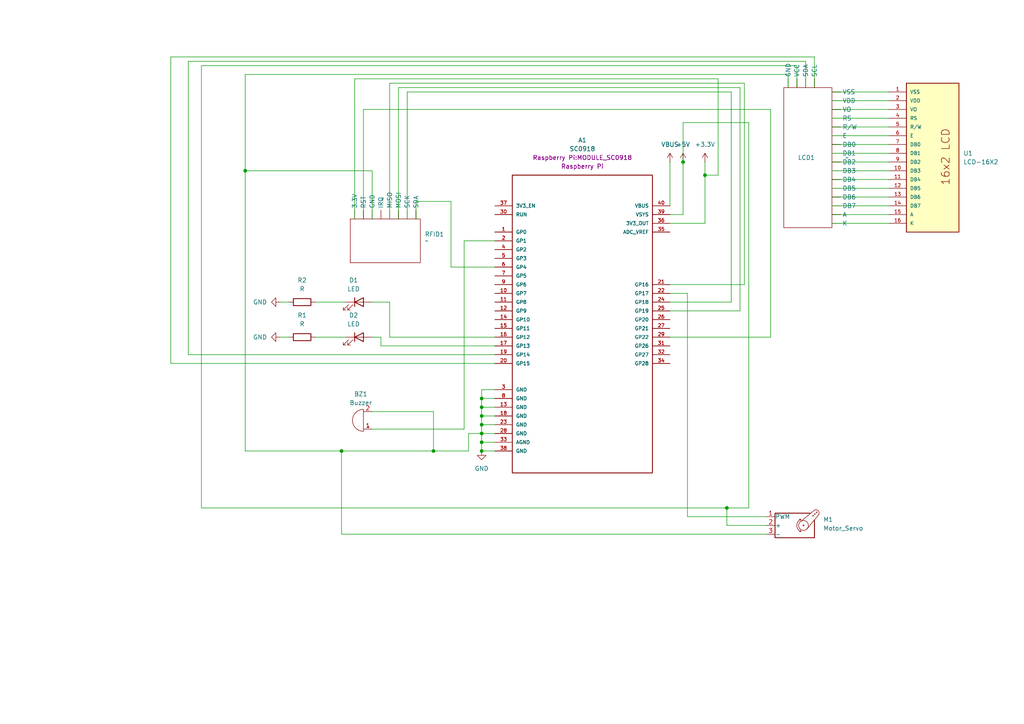
<source format=kicad_sch>
(kicad_sch
	(version 20231120)
	(generator "eeschema")
	(generator_version "8.0")
	(uuid "7db6b6c1-f84f-400f-91d3-f8253467eace")
	(paper "A4")
	(lib_symbols
		(symbol "Device:Buzzer"
			(pin_names
				(offset 0.0254) hide)
			(exclude_from_sim no)
			(in_bom yes)
			(on_board yes)
			(property "Reference" "BZ"
				(at 3.81 1.27 0)
				(effects
					(font
						(size 1.27 1.27)
					)
					(justify left)
				)
			)
			(property "Value" "Buzzer"
				(at 3.81 -1.27 0)
				(effects
					(font
						(size 1.27 1.27)
					)
					(justify left)
				)
			)
			(property "Footprint" ""
				(at -0.635 2.54 90)
				(effects
					(font
						(size 1.27 1.27)
					)
					(hide yes)
				)
			)
			(property "Datasheet" "~"
				(at -0.635 2.54 90)
				(effects
					(font
						(size 1.27 1.27)
					)
					(hide yes)
				)
			)
			(property "Description" "Buzzer, polarized"
				(at 0 0 0)
				(effects
					(font
						(size 1.27 1.27)
					)
					(hide yes)
				)
			)
			(property "ki_keywords" "quartz resonator ceramic"
				(at 0 0 0)
				(effects
					(font
						(size 1.27 1.27)
					)
					(hide yes)
				)
			)
			(property "ki_fp_filters" "*Buzzer*"
				(at 0 0 0)
				(effects
					(font
						(size 1.27 1.27)
					)
					(hide yes)
				)
			)
			(symbol "Buzzer_0_1"
				(arc
					(start 0 -3.175)
					(mid 3.1612 0)
					(end 0 3.175)
					(stroke
						(width 0)
						(type default)
					)
					(fill
						(type none)
					)
				)
				(polyline
					(pts
						(xy -1.651 1.905) (xy -1.143 1.905)
					)
					(stroke
						(width 0)
						(type default)
					)
					(fill
						(type none)
					)
				)
				(polyline
					(pts
						(xy -1.397 2.159) (xy -1.397 1.651)
					)
					(stroke
						(width 0)
						(type default)
					)
					(fill
						(type none)
					)
				)
				(polyline
					(pts
						(xy 0 3.175) (xy 0 -3.175)
					)
					(stroke
						(width 0)
						(type default)
					)
					(fill
						(type none)
					)
				)
			)
			(symbol "Buzzer_1_1"
				(pin passive line
					(at -2.54 2.54 0)
					(length 2.54)
					(name "+"
						(effects
							(font
								(size 1.27 1.27)
							)
						)
					)
					(number "1"
						(effects
							(font
								(size 1.27 1.27)
							)
						)
					)
				)
				(pin passive line
					(at -2.54 -2.54 0)
					(length 2.54)
					(name "-"
						(effects
							(font
								(size 1.27 1.27)
							)
						)
					)
					(number "2"
						(effects
							(font
								(size 1.27 1.27)
							)
						)
					)
				)
			)
		)
		(symbol "Device:LED"
			(pin_numbers hide)
			(pin_names
				(offset 1.016) hide)
			(exclude_from_sim no)
			(in_bom yes)
			(on_board yes)
			(property "Reference" "D"
				(at 0 2.54 0)
				(effects
					(font
						(size 1.27 1.27)
					)
				)
			)
			(property "Value" "LED"
				(at 0 -2.54 0)
				(effects
					(font
						(size 1.27 1.27)
					)
				)
			)
			(property "Footprint" ""
				(at 0 0 0)
				(effects
					(font
						(size 1.27 1.27)
					)
					(hide yes)
				)
			)
			(property "Datasheet" "~"
				(at 0 0 0)
				(effects
					(font
						(size 1.27 1.27)
					)
					(hide yes)
				)
			)
			(property "Description" "Light emitting diode"
				(at 0 0 0)
				(effects
					(font
						(size 1.27 1.27)
					)
					(hide yes)
				)
			)
			(property "ki_keywords" "LED diode"
				(at 0 0 0)
				(effects
					(font
						(size 1.27 1.27)
					)
					(hide yes)
				)
			)
			(property "ki_fp_filters" "LED* LED_SMD:* LED_THT:*"
				(at 0 0 0)
				(effects
					(font
						(size 1.27 1.27)
					)
					(hide yes)
				)
			)
			(symbol "LED_0_1"
				(polyline
					(pts
						(xy -1.27 -1.27) (xy -1.27 1.27)
					)
					(stroke
						(width 0.254)
						(type default)
					)
					(fill
						(type none)
					)
				)
				(polyline
					(pts
						(xy -1.27 0) (xy 1.27 0)
					)
					(stroke
						(width 0)
						(type default)
					)
					(fill
						(type none)
					)
				)
				(polyline
					(pts
						(xy 1.27 -1.27) (xy 1.27 1.27) (xy -1.27 0) (xy 1.27 -1.27)
					)
					(stroke
						(width 0.254)
						(type default)
					)
					(fill
						(type none)
					)
				)
				(polyline
					(pts
						(xy -3.048 -0.762) (xy -4.572 -2.286) (xy -3.81 -2.286) (xy -4.572 -2.286) (xy -4.572 -1.524)
					)
					(stroke
						(width 0)
						(type default)
					)
					(fill
						(type none)
					)
				)
				(polyline
					(pts
						(xy -1.778 -0.762) (xy -3.302 -2.286) (xy -2.54 -2.286) (xy -3.302 -2.286) (xy -3.302 -1.524)
					)
					(stroke
						(width 0)
						(type default)
					)
					(fill
						(type none)
					)
				)
			)
			(symbol "LED_1_1"
				(pin passive line
					(at -3.81 0 0)
					(length 2.54)
					(name "K"
						(effects
							(font
								(size 1.27 1.27)
							)
						)
					)
					(number "1"
						(effects
							(font
								(size 1.27 1.27)
							)
						)
					)
				)
				(pin passive line
					(at 3.81 0 180)
					(length 2.54)
					(name "A"
						(effects
							(font
								(size 1.27 1.27)
							)
						)
					)
					(number "2"
						(effects
							(font
								(size 1.27 1.27)
							)
						)
					)
				)
			)
		)
		(symbol "Device:R"
			(pin_numbers hide)
			(pin_names
				(offset 0)
			)
			(exclude_from_sim no)
			(in_bom yes)
			(on_board yes)
			(property "Reference" "R"
				(at 2.032 0 90)
				(effects
					(font
						(size 1.27 1.27)
					)
				)
			)
			(property "Value" "R"
				(at 0 0 90)
				(effects
					(font
						(size 1.27 1.27)
					)
				)
			)
			(property "Footprint" ""
				(at -1.778 0 90)
				(effects
					(font
						(size 1.27 1.27)
					)
					(hide yes)
				)
			)
			(property "Datasheet" "~"
				(at 0 0 0)
				(effects
					(font
						(size 1.27 1.27)
					)
					(hide yes)
				)
			)
			(property "Description" "Resistor"
				(at 0 0 0)
				(effects
					(font
						(size 1.27 1.27)
					)
					(hide yes)
				)
			)
			(property "ki_keywords" "R res resistor"
				(at 0 0 0)
				(effects
					(font
						(size 1.27 1.27)
					)
					(hide yes)
				)
			)
			(property "ki_fp_filters" "R_*"
				(at 0 0 0)
				(effects
					(font
						(size 1.27 1.27)
					)
					(hide yes)
				)
			)
			(symbol "R_0_1"
				(rectangle
					(start -1.016 -2.54)
					(end 1.016 2.54)
					(stroke
						(width 0.254)
						(type default)
					)
					(fill
						(type none)
					)
				)
			)
			(symbol "R_1_1"
				(pin passive line
					(at 0 3.81 270)
					(length 1.27)
					(name "~"
						(effects
							(font
								(size 1.27 1.27)
							)
						)
					)
					(number "1"
						(effects
							(font
								(size 1.27 1.27)
							)
						)
					)
				)
				(pin passive line
					(at 0 -3.81 90)
					(length 1.27)
					(name "~"
						(effects
							(font
								(size 1.27 1.27)
							)
						)
					)
					(number "2"
						(effects
							(font
								(size 1.27 1.27)
							)
						)
					)
				)
			)
		)
		(symbol "Motor:Motor_Servo"
			(pin_names
				(offset 0.0254)
			)
			(exclude_from_sim no)
			(in_bom yes)
			(on_board yes)
			(property "Reference" "M"
				(at -5.08 4.445 0)
				(effects
					(font
						(size 1.27 1.27)
					)
					(justify left)
				)
			)
			(property "Value" "Motor_Servo"
				(at -5.08 -4.064 0)
				(effects
					(font
						(size 1.27 1.27)
					)
					(justify left top)
				)
			)
			(property "Footprint" ""
				(at 0 -4.826 0)
				(effects
					(font
						(size 1.27 1.27)
					)
					(hide yes)
				)
			)
			(property "Datasheet" "http://forums.parallax.com/uploads/attachments/46831/74481.png"
				(at 0 -4.826 0)
				(effects
					(font
						(size 1.27 1.27)
					)
					(hide yes)
				)
			)
			(property "Description" "Servo Motor (Futaba, HiTec, JR connector)"
				(at 0 0 0)
				(effects
					(font
						(size 1.27 1.27)
					)
					(hide yes)
				)
			)
			(property "ki_keywords" "Servo Motor"
				(at 0 0 0)
				(effects
					(font
						(size 1.27 1.27)
					)
					(hide yes)
				)
			)
			(property "ki_fp_filters" "PinHeader*P2.54mm*"
				(at 0 0 0)
				(effects
					(font
						(size 1.27 1.27)
					)
					(hide yes)
				)
			)
			(symbol "Motor_Servo_0_1"
				(polyline
					(pts
						(xy 2.413 -1.778) (xy 2.032 -1.778)
					)
					(stroke
						(width 0)
						(type default)
					)
					(fill
						(type none)
					)
				)
				(polyline
					(pts
						(xy 2.413 -1.778) (xy 2.286 -1.397)
					)
					(stroke
						(width 0)
						(type default)
					)
					(fill
						(type none)
					)
				)
				(polyline
					(pts
						(xy 2.413 1.778) (xy 1.905 1.778)
					)
					(stroke
						(width 0)
						(type default)
					)
					(fill
						(type none)
					)
				)
				(polyline
					(pts
						(xy 2.413 1.778) (xy 2.286 1.397)
					)
					(stroke
						(width 0)
						(type default)
					)
					(fill
						(type none)
					)
				)
				(polyline
					(pts
						(xy 6.35 4.445) (xy 2.54 1.27)
					)
					(stroke
						(width 0)
						(type default)
					)
					(fill
						(type none)
					)
				)
				(polyline
					(pts
						(xy 7.62 3.175) (xy 4.191 -1.016)
					)
					(stroke
						(width 0)
						(type default)
					)
					(fill
						(type none)
					)
				)
				(polyline
					(pts
						(xy 5.08 3.556) (xy -5.08 3.556) (xy -5.08 -3.556) (xy 6.35 -3.556) (xy 6.35 1.524)
					)
					(stroke
						(width 0.254)
						(type default)
					)
					(fill
						(type none)
					)
				)
				(arc
					(start 2.413 1.778)
					(mid 1.2406 0)
					(end 2.413 -1.778)
					(stroke
						(width 0)
						(type default)
					)
					(fill
						(type none)
					)
				)
				(circle
					(center 3.175 0)
					(radius 0.1778)
					(stroke
						(width 0)
						(type default)
					)
					(fill
						(type none)
					)
				)
				(circle
					(center 3.175 0)
					(radius 1.4224)
					(stroke
						(width 0)
						(type default)
					)
					(fill
						(type none)
					)
				)
				(circle
					(center 5.969 2.794)
					(radius 0.127)
					(stroke
						(width 0)
						(type default)
					)
					(fill
						(type none)
					)
				)
				(circle
					(center 6.477 3.302)
					(radius 0.127)
					(stroke
						(width 0)
						(type default)
					)
					(fill
						(type none)
					)
				)
				(circle
					(center 6.985 3.81)
					(radius 0.127)
					(stroke
						(width 0)
						(type default)
					)
					(fill
						(type none)
					)
				)
				(arc
					(start 7.62 3.175)
					(mid 7.4485 4.2735)
					(end 6.35 4.445)
					(stroke
						(width 0)
						(type default)
					)
					(fill
						(type none)
					)
				)
			)
			(symbol "Motor_Servo_1_1"
				(pin passive line
					(at -7.62 2.54 0)
					(length 2.54)
					(name "PWM"
						(effects
							(font
								(size 1.27 1.27)
							)
						)
					)
					(number "1"
						(effects
							(font
								(size 1.27 1.27)
							)
						)
					)
				)
				(pin passive line
					(at -7.62 0 0)
					(length 2.54)
					(name "+"
						(effects
							(font
								(size 1.27 1.27)
							)
						)
					)
					(number "2"
						(effects
							(font
								(size 1.27 1.27)
							)
						)
					)
				)
				(pin passive line
					(at -7.62 -2.54 0)
					(length 2.54)
					(name "-"
						(effects
							(font
								(size 1.27 1.27)
							)
						)
					)
					(number "3"
						(effects
							(font
								(size 1.27 1.27)
							)
						)
					)
				)
			)
		)
		(symbol "Pico_w:SC0918"
			(pin_names
				(offset 1.016)
			)
			(exclude_from_sim no)
			(in_bom yes)
			(on_board yes)
			(property "Reference" "A1"
				(at 0 58.42 0)
				(effects
					(font
						(size 1.27 1.27)
					)
				)
			)
			(property "Value" "SC0918"
				(at 0 55.88 0)
				(effects
					(font
						(size 1.27 1.27)
					)
				)
			)
			(property "Footprint" "Raspberry Pi:MODULE_SC0918"
				(at -12.7 -46.99 0)
				(effects
					(font
						(size 1.27 1.27)
					)
					(justify bottom)
				)
			)
			(property "Datasheet" "https://datasheets.raspberrypi.com/picow/pico-w-datasheet.pdf"
				(at -26.67 -49.53 0)
				(effects
					(font
						(size 1.27 1.27)
					)
					(justify left bottom)
					(hide yes)
				)
			)
			(property "Description" ""
				(at 0 0 0)
				(effects
					(font
						(size 1.27 1.27)
					)
					(hide yes)
				)
			)
			(property "manufacturer" "Raspberry Pi"
				(at 0 53.34 0)
				(effects
					(font
						(size 1.27 1.27)
					)
				)
			)
			(property "P/N" "SC0918"
				(at 0 50.8 0)
				(effects
					(font
						(size 1.27 1.27)
					)
					(hide yes)
				)
			)
			(property "PARTREV" "1.6"
				(at 0 48.26 0)
				(effects
					(font
						(size 1.27 1.27)
					)
					(hide yes)
				)
			)
			(property "MAXIMUM_PACKAGE_HEIGHT" "3.73mm"
				(at 0 45.72 0)
				(effects
					(font
						(size 1.27 1.27)
					)
					(hide yes)
				)
			)
			(symbol "SC0918_0_0"
				(rectangle
					(start -20.32 -43.18)
					(end 20.32 43.18)
					(stroke
						(width 0.254)
						(type default)
					)
					(fill
						(type none)
					)
				)
				(pin bidirectional line
					(at -25.4 26.67 0)
					(length 5.08)
					(name "GP0"
						(effects
							(font
								(size 1.016 1.016)
							)
						)
					)
					(number "1"
						(effects
							(font
								(size 1.016 1.016)
							)
						)
					)
				)
				(pin bidirectional line
					(at -25.4 8.89 0)
					(length 5.08)
					(name "GP7"
						(effects
							(font
								(size 1.016 1.016)
							)
						)
					)
					(number "10"
						(effects
							(font
								(size 1.016 1.016)
							)
						)
					)
				)
				(pin bidirectional line
					(at -25.4 6.35 0)
					(length 5.08)
					(name "GP8"
						(effects
							(font
								(size 1.016 1.016)
							)
						)
					)
					(number "11"
						(effects
							(font
								(size 1.016 1.016)
							)
						)
					)
				)
				(pin bidirectional line
					(at -25.4 3.81 0)
					(length 5.08)
					(name "GP9"
						(effects
							(font
								(size 1.016 1.016)
							)
						)
					)
					(number "12"
						(effects
							(font
								(size 1.016 1.016)
							)
						)
					)
				)
				(pin power_in line
					(at -25.4 -24.13 0)
					(length 5.08)
					(name "GND"
						(effects
							(font
								(size 1.016 1.016)
							)
						)
					)
					(number "13"
						(effects
							(font
								(size 1.016 1.016)
							)
						)
					)
				)
				(pin bidirectional line
					(at -25.4 1.27 0)
					(length 5.08)
					(name "GP10"
						(effects
							(font
								(size 1.016 1.016)
							)
						)
					)
					(number "14"
						(effects
							(font
								(size 1.016 1.016)
							)
						)
					)
				)
				(pin bidirectional line
					(at -25.4 -1.27 0)
					(length 5.08)
					(name "GP11"
						(effects
							(font
								(size 1.016 1.016)
							)
						)
					)
					(number "15"
						(effects
							(font
								(size 1.016 1.016)
							)
						)
					)
				)
				(pin bidirectional line
					(at -25.4 -3.81 0)
					(length 5.08)
					(name "GP12"
						(effects
							(font
								(size 1.016 1.016)
							)
						)
					)
					(number "16"
						(effects
							(font
								(size 1.016 1.016)
							)
						)
					)
				)
				(pin bidirectional line
					(at -25.4 -6.35 0)
					(length 5.08)
					(name "GP13"
						(effects
							(font
								(size 1.016 1.016)
							)
						)
					)
					(number "17"
						(effects
							(font
								(size 1.016 1.016)
							)
						)
					)
				)
				(pin power_in line
					(at -25.4 -26.67 0)
					(length 5.08)
					(name "GND"
						(effects
							(font
								(size 1.016 1.016)
							)
						)
					)
					(number "18"
						(effects
							(font
								(size 1.016 1.016)
							)
						)
					)
				)
				(pin bidirectional line
					(at -25.4 -8.89 0)
					(length 5.08)
					(name "GP14"
						(effects
							(font
								(size 1.016 1.016)
							)
						)
					)
					(number "19"
						(effects
							(font
								(size 1.016 1.016)
							)
						)
					)
				)
				(pin bidirectional line
					(at -25.4 24.13 0)
					(length 5.08)
					(name "GP1"
						(effects
							(font
								(size 1.016 1.016)
							)
						)
					)
					(number "2"
						(effects
							(font
								(size 1.016 1.016)
							)
						)
					)
				)
				(pin bidirectional line
					(at -25.4 -11.43 0)
					(length 5.08)
					(name "GP15"
						(effects
							(font
								(size 1.016 1.016)
							)
						)
					)
					(number "20"
						(effects
							(font
								(size 1.016 1.016)
							)
						)
					)
				)
				(pin bidirectional line
					(at 25.4 11.43 180)
					(length 5.08)
					(name "GP16"
						(effects
							(font
								(size 1.016 1.016)
							)
						)
					)
					(number "21"
						(effects
							(font
								(size 1.016 1.016)
							)
						)
					)
				)
				(pin bidirectional line
					(at 25.4 8.89 180)
					(length 5.08)
					(name "GP17"
						(effects
							(font
								(size 1.016 1.016)
							)
						)
					)
					(number "22"
						(effects
							(font
								(size 1.016 1.016)
							)
						)
					)
				)
				(pin power_in line
					(at -25.4 -29.21 0)
					(length 5.08)
					(name "GND"
						(effects
							(font
								(size 1.016 1.016)
							)
						)
					)
					(number "23"
						(effects
							(font
								(size 1.016 1.016)
							)
						)
					)
				)
				(pin bidirectional line
					(at 25.4 6.35 180)
					(length 5.08)
					(name "GP18"
						(effects
							(font
								(size 1.016 1.016)
							)
						)
					)
					(number "24"
						(effects
							(font
								(size 1.016 1.016)
							)
						)
					)
				)
				(pin bidirectional line
					(at 25.4 3.81 180)
					(length 5.08)
					(name "GP19"
						(effects
							(font
								(size 1.016 1.016)
							)
						)
					)
					(number "25"
						(effects
							(font
								(size 1.016 1.016)
							)
						)
					)
				)
				(pin bidirectional line
					(at 25.4 1.27 180)
					(length 5.08)
					(name "GP20"
						(effects
							(font
								(size 1.016 1.016)
							)
						)
					)
					(number "26"
						(effects
							(font
								(size 1.016 1.016)
							)
						)
					)
				)
				(pin bidirectional line
					(at 25.4 -1.27 180)
					(length 5.08)
					(name "GP21"
						(effects
							(font
								(size 1.016 1.016)
							)
						)
					)
					(number "27"
						(effects
							(font
								(size 1.016 1.016)
							)
						)
					)
				)
				(pin power_in line
					(at -25.4 -31.75 0)
					(length 5.08)
					(name "GND"
						(effects
							(font
								(size 1.016 1.016)
							)
						)
					)
					(number "28"
						(effects
							(font
								(size 1.016 1.016)
							)
						)
					)
				)
				(pin bidirectional line
					(at 25.4 -3.81 180)
					(length 5.08)
					(name "GP22"
						(effects
							(font
								(size 1.016 1.016)
							)
						)
					)
					(number "29"
						(effects
							(font
								(size 1.016 1.016)
							)
						)
					)
				)
				(pin power_in line
					(at -25.4 -19.05 0)
					(length 5.08)
					(name "GND"
						(effects
							(font
								(size 1.016 1.016)
							)
						)
					)
					(number "3"
						(effects
							(font
								(size 1.016 1.016)
							)
						)
					)
				)
				(pin input line
					(at -25.4 31.75 0)
					(length 5.08)
					(name "RUN"
						(effects
							(font
								(size 1.016 1.016)
							)
						)
					)
					(number "30"
						(effects
							(font
								(size 1.016 1.016)
							)
						)
					)
				)
				(pin bidirectional line
					(at 25.4 -6.35 180)
					(length 5.08)
					(name "GP26"
						(effects
							(font
								(size 1.016 1.016)
							)
						)
					)
					(number "31"
						(effects
							(font
								(size 1.016 1.016)
							)
						)
					)
				)
				(pin bidirectional line
					(at 25.4 -8.89 180)
					(length 5.08)
					(name "GP27"
						(effects
							(font
								(size 1.016 1.016)
							)
						)
					)
					(number "32"
						(effects
							(font
								(size 1.016 1.016)
							)
						)
					)
				)
				(pin power_in line
					(at -25.4 -34.29 0)
					(length 5.08)
					(name "AGND"
						(effects
							(font
								(size 1.016 1.016)
							)
						)
					)
					(number "33"
						(effects
							(font
								(size 1.016 1.016)
							)
						)
					)
				)
				(pin bidirectional line
					(at 25.4 -11.43 180)
					(length 5.08)
					(name "GP28"
						(effects
							(font
								(size 1.016 1.016)
							)
						)
					)
					(number "34"
						(effects
							(font
								(size 1.016 1.016)
							)
						)
					)
				)
				(pin power_in line
					(at 25.4 26.67 180)
					(length 5.08)
					(name "ADC_VREF"
						(effects
							(font
								(size 1.016 1.016)
							)
						)
					)
					(number "35"
						(effects
							(font
								(size 1.016 1.016)
							)
						)
					)
				)
				(pin power_in line
					(at 25.4 29.21 180)
					(length 5.08)
					(name "3V3_OUT"
						(effects
							(font
								(size 1.016 1.016)
							)
						)
					)
					(number "36"
						(effects
							(font
								(size 1.016 1.016)
							)
						)
					)
				)
				(pin input line
					(at -25.4 34.29 0)
					(length 5.08)
					(name "3V3_EN"
						(effects
							(font
								(size 1.016 1.016)
							)
						)
					)
					(number "37"
						(effects
							(font
								(size 1.016 1.016)
							)
						)
					)
				)
				(pin power_in line
					(at -25.4 -36.83 0)
					(length 5.08)
					(name "GND"
						(effects
							(font
								(size 1.016 1.016)
							)
						)
					)
					(number "38"
						(effects
							(font
								(size 1.016 1.016)
							)
						)
					)
				)
				(pin free line
					(at 25.4 31.75 180)
					(length 5.08)
					(name "VSYS"
						(effects
							(font
								(size 1.016 1.016)
							)
						)
					)
					(number "39"
						(effects
							(font
								(size 1.016 1.016)
							)
						)
					)
				)
				(pin bidirectional line
					(at -25.4 21.59 0)
					(length 5.08)
					(name "GP2"
						(effects
							(font
								(size 1.016 1.016)
							)
						)
					)
					(number "4"
						(effects
							(font
								(size 1.016 1.016)
							)
						)
					)
				)
				(pin free line
					(at 25.4 34.29 180)
					(length 5.08)
					(name "VBUS"
						(effects
							(font
								(size 1.016 1.016)
							)
						)
					)
					(number "40"
						(effects
							(font
								(size 1.016 1.016)
							)
						)
					)
				)
				(pin bidirectional line
					(at -25.4 19.05 0)
					(length 5.08)
					(name "GP3"
						(effects
							(font
								(size 1.016 1.016)
							)
						)
					)
					(number "5"
						(effects
							(font
								(size 1.016 1.016)
							)
						)
					)
				)
				(pin bidirectional line
					(at -25.4 16.51 0)
					(length 5.08)
					(name "GP4"
						(effects
							(font
								(size 1.016 1.016)
							)
						)
					)
					(number "6"
						(effects
							(font
								(size 1.016 1.016)
							)
						)
					)
				)
				(pin bidirectional line
					(at -25.4 13.97 0)
					(length 5.08)
					(name "GP5"
						(effects
							(font
								(size 1.016 1.016)
							)
						)
					)
					(number "7"
						(effects
							(font
								(size 1.016 1.016)
							)
						)
					)
				)
				(pin power_in line
					(at -25.4 -21.59 0)
					(length 5.08)
					(name "GND"
						(effects
							(font
								(size 1.016 1.016)
							)
						)
					)
					(number "8"
						(effects
							(font
								(size 1.016 1.016)
							)
						)
					)
				)
				(pin bidirectional line
					(at -25.4 11.43 0)
					(length 5.08)
					(name "GP6"
						(effects
							(font
								(size 1.016 1.016)
							)
						)
					)
					(number "9"
						(effects
							(font
								(size 1.016 1.016)
							)
						)
					)
				)
			)
		)
		(symbol "lcd:LCD-16X2"
			(pin_names
				(offset 1.016)
			)
			(exclude_from_sim no)
			(in_bom yes)
			(on_board yes)
			(property "Reference" "U"
				(at -7.62 23.368 0)
				(effects
					(font
						(size 1.27 1.27)
					)
					(justify left bottom)
				)
			)
			(property "Value" "LCD-16X2"
				(at -7.62 -22.86 0)
				(effects
					(font
						(size 1.27 1.27)
					)
					(justify left bottom)
				)
			)
			(property "Footprint" "LCD-16X2:MODULE_LCD-16X2"
				(at 0 0 0)
				(effects
					(font
						(size 1.27 1.27)
					)
					(justify bottom)
					(hide yes)
				)
			)
			(property "Datasheet" ""
				(at 0 0 0)
				(effects
					(font
						(size 1.27 1.27)
					)
					(hide yes)
				)
			)
			(property "Description" ""
				(at 0 0 0)
				(effects
					(font
						(size 1.27 1.27)
					)
					(hide yes)
				)
			)
			(property "MF" "Gravitech"
				(at 0 0 0)
				(effects
					(font
						(size 1.27 1.27)
					)
					(justify bottom)
					(hide yes)
				)
			)
			(property "MAXIMUM_PACKAGE_HEIGHT" "14 mm"
				(at 0 0 0)
				(effects
					(font
						(size 1.27 1.27)
					)
					(justify bottom)
					(hide yes)
				)
			)
			(property "Package" "None"
				(at 0 0 0)
				(effects
					(font
						(size 1.27 1.27)
					)
					(justify bottom)
					(hide yes)
				)
			)
			(property "Price" "None"
				(at 0 0 0)
				(effects
					(font
						(size 1.27 1.27)
					)
					(justify bottom)
					(hide yes)
				)
			)
			(property "Check_prices" "https://www.snapeda.com/parts/LCD-16X2/Gravitech/view-part/?ref=eda"
				(at 0 0 0)
				(effects
					(font
						(size 1.27 1.27)
					)
					(justify bottom)
					(hide yes)
				)
			)
			(property "STANDARD" "Manufacturer Recommendations"
				(at 0 0 0)
				(effects
					(font
						(size 1.27 1.27)
					)
					(justify bottom)
					(hide yes)
				)
			)
			(property "PARTREV" "N/A"
				(at 0 0 0)
				(effects
					(font
						(size 1.27 1.27)
					)
					(justify bottom)
					(hide yes)
				)
			)
			(property "SnapEDA_Link" "https://www.snapeda.com/parts/LCD-16X2/Gravitech/view-part/?ref=snap"
				(at 0 0 0)
				(effects
					(font
						(size 1.27 1.27)
					)
					(justify bottom)
					(hide yes)
				)
			)
			(property "MP" "LCD-16X2"
				(at 0 0 0)
				(effects
					(font
						(size 1.27 1.27)
					)
					(justify bottom)
					(hide yes)
				)
			)
			(property "Description_1" "\nDisplay Development Tools 16x2 Black on Green Char LCD w Backlight\n"
				(at 0 0 0)
				(effects
					(font
						(size 1.27 1.27)
					)
					(justify bottom)
					(hide yes)
				)
			)
			(property "Availability" "Not in stock"
				(at 0 0 0)
				(effects
					(font
						(size 1.27 1.27)
					)
					(justify bottom)
					(hide yes)
				)
			)
			(property "MANUFACTURER" "Gravitech"
				(at 0 0 0)
				(effects
					(font
						(size 1.27 1.27)
					)
					(justify bottom)
					(hide yes)
				)
			)
			(symbol "LCD-16X2_0_0"
				(rectangle
					(start -7.62 -20.32)
					(end 7.62 22.86)
					(stroke
						(width 0.254)
						(type default)
					)
					(fill
						(type background)
					)
				)
				(text "16x2 LCD"
					(at 5.08 -6.858 900)
					(effects
						(font
							(size 2.286 2.286)
						)
						(justify left bottom)
					)
				)
				(pin power_in line
					(at -12.7 20.32 0)
					(length 5.08)
					(name "VSS"
						(effects
							(font
								(size 1.016 1.016)
							)
						)
					)
					(number "1"
						(effects
							(font
								(size 1.016 1.016)
							)
						)
					)
				)
				(pin bidirectional line
					(at -12.7 -2.54 0)
					(length 5.08)
					(name "DB3"
						(effects
							(font
								(size 1.016 1.016)
							)
						)
					)
					(number "10"
						(effects
							(font
								(size 1.016 1.016)
							)
						)
					)
				)
				(pin bidirectional line
					(at -12.7 -5.08 0)
					(length 5.08)
					(name "DB4"
						(effects
							(font
								(size 1.016 1.016)
							)
						)
					)
					(number "11"
						(effects
							(font
								(size 1.016 1.016)
							)
						)
					)
				)
				(pin bidirectional line
					(at -12.7 -7.62 0)
					(length 5.08)
					(name "DB5"
						(effects
							(font
								(size 1.016 1.016)
							)
						)
					)
					(number "12"
						(effects
							(font
								(size 1.016 1.016)
							)
						)
					)
				)
				(pin bidirectional line
					(at -12.7 -10.16 0)
					(length 5.08)
					(name "DB6"
						(effects
							(font
								(size 1.016 1.016)
							)
						)
					)
					(number "13"
						(effects
							(font
								(size 1.016 1.016)
							)
						)
					)
				)
				(pin bidirectional line
					(at -12.7 -12.7 0)
					(length 5.08)
					(name "DB7"
						(effects
							(font
								(size 1.016 1.016)
							)
						)
					)
					(number "14"
						(effects
							(font
								(size 1.016 1.016)
							)
						)
					)
				)
				(pin power_in line
					(at -12.7 -15.24 0)
					(length 5.08)
					(name "A"
						(effects
							(font
								(size 1.016 1.016)
							)
						)
					)
					(number "15"
						(effects
							(font
								(size 1.016 1.016)
							)
						)
					)
				)
				(pin power_in line
					(at -12.7 -17.78 0)
					(length 5.08)
					(name "K"
						(effects
							(font
								(size 1.016 1.016)
							)
						)
					)
					(number "16"
						(effects
							(font
								(size 1.016 1.016)
							)
						)
					)
				)
				(pin power_in line
					(at -12.7 17.78 0)
					(length 5.08)
					(name "VDD"
						(effects
							(font
								(size 1.016 1.016)
							)
						)
					)
					(number "2"
						(effects
							(font
								(size 1.016 1.016)
							)
						)
					)
				)
				(pin bidirectional line
					(at -12.7 15.24 0)
					(length 5.08)
					(name "VO"
						(effects
							(font
								(size 1.016 1.016)
							)
						)
					)
					(number "3"
						(effects
							(font
								(size 1.016 1.016)
							)
						)
					)
				)
				(pin input line
					(at -12.7 12.7 0)
					(length 5.08)
					(name "RS"
						(effects
							(font
								(size 1.016 1.016)
							)
						)
					)
					(number "4"
						(effects
							(font
								(size 1.016 1.016)
							)
						)
					)
				)
				(pin input line
					(at -12.7 10.16 0)
					(length 5.08)
					(name "R/W"
						(effects
							(font
								(size 1.016 1.016)
							)
						)
					)
					(number "5"
						(effects
							(font
								(size 1.016 1.016)
							)
						)
					)
				)
				(pin input line
					(at -12.7 7.62 0)
					(length 5.08)
					(name "E"
						(effects
							(font
								(size 1.016 1.016)
							)
						)
					)
					(number "6"
						(effects
							(font
								(size 1.016 1.016)
							)
						)
					)
				)
				(pin bidirectional line
					(at -12.7 5.08 0)
					(length 5.08)
					(name "DB0"
						(effects
							(font
								(size 1.016 1.016)
							)
						)
					)
					(number "7"
						(effects
							(font
								(size 1.016 1.016)
							)
						)
					)
				)
				(pin bidirectional line
					(at -12.7 2.54 0)
					(length 5.08)
					(name "DB1"
						(effects
							(font
								(size 1.016 1.016)
							)
						)
					)
					(number "8"
						(effects
							(font
								(size 1.016 1.016)
							)
						)
					)
				)
				(pin bidirectional line
					(at -12.7 0 0)
					(length 5.08)
					(name "DB2"
						(effects
							(font
								(size 1.016 1.016)
							)
						)
					)
					(number "9"
						(effects
							(font
								(size 1.016 1.016)
							)
						)
					)
				)
			)
		)
		(symbol "lib_lcd1602:1602lcd"
			(exclude_from_sim no)
			(in_bom yes)
			(on_board yes)
			(property "Reference" "LCD1602"
				(at -5.08 -19.05 90)
				(effects
					(font
						(size 1.27 1.27)
					)
				)
			)
			(property "Value" ""
				(at -3.302 10.668 0)
				(effects
					(font
						(size 1.27 1.27)
					)
				)
			)
			(property "Footprint" ""
				(at -3.302 10.668 0)
				(effects
					(font
						(size 1.27 1.27)
					)
					(hide yes)
				)
			)
			(property "Datasheet" ""
				(at -3.302 10.668 0)
				(effects
					(font
						(size 1.27 1.27)
					)
					(hide yes)
				)
			)
			(property "Description" ""
				(at -3.302 10.668 0)
				(effects
					(font
						(size 1.27 1.27)
					)
					(hide yes)
				)
			)
			(symbol "1602lcd_0_1"
				(rectangle
					(start -11.43 -1.27)
					(end 2.54 -41.91)
					(stroke
						(width 0)
						(type default)
					)
					(fill
						(type none)
					)
				)
			)
			(symbol "1602lcd_1_1"
				(pin input line
					(at 2.54 -38.1 0)
					(length 2.54)
					(name "A"
						(effects
							(font
								(size 1.27 1.27)
							)
						)
					)
					(number ""
						(effects
							(font
								(size 1.27 1.27)
							)
						)
					)
				)
				(pin input line
					(at 2.54 -17.78 0)
					(length 2.54)
					(name "DB0"
						(effects
							(font
								(size 1.27 1.27)
							)
						)
					)
					(number ""
						(effects
							(font
								(size 1.27 1.27)
							)
						)
					)
				)
				(pin input line
					(at 2.54 -20.32 0)
					(length 2.54)
					(name "DB1"
						(effects
							(font
								(size 1.27 1.27)
							)
						)
					)
					(number ""
						(effects
							(font
								(size 1.27 1.27)
							)
						)
					)
				)
				(pin input line
					(at 2.54 -22.86 0)
					(length 2.54)
					(name "DB2"
						(effects
							(font
								(size 1.27 1.27)
							)
						)
					)
					(number ""
						(effects
							(font
								(size 1.27 1.27)
							)
						)
					)
				)
				(pin input line
					(at 2.54 -25.4 0)
					(length 2.54)
					(name "DB3"
						(effects
							(font
								(size 1.27 1.27)
							)
						)
					)
					(number ""
						(effects
							(font
								(size 1.27 1.27)
							)
						)
					)
				)
				(pin input line
					(at 2.54 -27.94 0)
					(length 2.54)
					(name "DB4"
						(effects
							(font
								(size 1.27 1.27)
							)
						)
					)
					(number ""
						(effects
							(font
								(size 1.27 1.27)
							)
						)
					)
				)
				(pin input line
					(at 2.54 -30.48 0)
					(length 2.54)
					(name "DB5"
						(effects
							(font
								(size 1.27 1.27)
							)
						)
					)
					(number ""
						(effects
							(font
								(size 1.27 1.27)
							)
						)
					)
				)
				(pin input line
					(at 2.54 -33.02 0)
					(length 2.54)
					(name "DB6"
						(effects
							(font
								(size 1.27 1.27)
							)
						)
					)
					(number ""
						(effects
							(font
								(size 1.27 1.27)
							)
						)
					)
				)
				(pin input line
					(at 2.54 -35.56 0)
					(length 2.54)
					(name "DB7"
						(effects
							(font
								(size 1.27 1.27)
							)
						)
					)
					(number ""
						(effects
							(font
								(size 1.27 1.27)
							)
						)
					)
				)
				(pin input line
					(at 2.54 -15.24 0)
					(length 2.54)
					(name "E"
						(effects
							(font
								(size 1.27 1.27)
							)
						)
					)
					(number ""
						(effects
							(font
								(size 1.27 1.27)
							)
						)
					)
				)
				(pin input line
					(at -10.16 -1.27 90)
					(length 2.54)
					(name "GND"
						(effects
							(font
								(size 1.27 1.27)
							)
						)
					)
					(number ""
						(effects
							(font
								(size 1.27 1.27)
							)
						)
					)
				)
				(pin input line
					(at 2.54 -40.64 0)
					(length 2.54)
					(name "K"
						(effects
							(font
								(size 1.27 1.27)
							)
						)
					)
					(number ""
						(effects
							(font
								(size 1.27 1.27)
							)
						)
					)
				)
				(pin input line
					(at 2.54 -12.7 0)
					(length 2.54)
					(name "R/W"
						(effects
							(font
								(size 1.27 1.27)
							)
						)
					)
					(number ""
						(effects
							(font
								(size 1.27 1.27)
							)
						)
					)
				)
				(pin input line
					(at 2.54 -10.16 0)
					(length 2.54)
					(name "RS"
						(effects
							(font
								(size 1.27 1.27)
							)
						)
					)
					(number ""
						(effects
							(font
								(size 1.27 1.27)
							)
						)
					)
				)
				(pin input line
					(at -2.54 -1.27 90)
					(length 2.54)
					(name "SCL"
						(effects
							(font
								(size 1.27 1.27)
							)
						)
					)
					(number ""
						(effects
							(font
								(size 1.27 1.27)
							)
						)
					)
				)
				(pin input line
					(at -5.08 -1.27 90)
					(length 2.54)
					(name "SDA"
						(effects
							(font
								(size 1.27 1.27)
							)
						)
					)
					(number ""
						(effects
							(font
								(size 1.27 1.27)
							)
						)
					)
				)
				(pin input line
					(at -7.62 -1.27 90)
					(length 2.54)
					(name "VCC"
						(effects
							(font
								(size 1.27 1.27)
							)
						)
					)
					(number ""
						(effects
							(font
								(size 1.27 1.27)
							)
						)
					)
				)
				(pin input line
					(at 2.54 -5.08 0)
					(length 2.54)
					(name "VDD"
						(effects
							(font
								(size 1.27 1.27)
							)
						)
					)
					(number ""
						(effects
							(font
								(size 1.27 1.27)
							)
						)
					)
				)
				(pin input line
					(at 2.54 -7.62 0)
					(length 2.54)
					(name "VO"
						(effects
							(font
								(size 1.27 1.27)
							)
						)
					)
					(number ""
						(effects
							(font
								(size 1.27 1.27)
							)
						)
					)
				)
				(pin input line
					(at 2.54 -2.54 0)
					(length 2.54)
					(name "VSS"
						(effects
							(font
								(size 1.27 1.27)
							)
						)
					)
					(number ""
						(effects
							(font
								(size 1.27 1.27)
							)
						)
					)
				)
			)
		)
		(symbol "lib_rfid:RFID"
			(exclude_from_sim no)
			(in_bom yes)
			(on_board yes)
			(property "Reference" "RFID"
				(at 4.064 -1.016 0)
				(effects
					(font
						(size 1.27 1.27)
					)
				)
			)
			(property "Value" ""
				(at 0 0 0)
				(effects
					(font
						(size 1.27 1.27)
					)
				)
			)
			(property "Footprint" ""
				(at 0 0 0)
				(effects
					(font
						(size 1.27 1.27)
					)
					(hide yes)
				)
			)
			(property "Datasheet" ""
				(at 0 0 0)
				(effects
					(font
						(size 1.27 1.27)
					)
					(hide yes)
				)
			)
			(property "Description" ""
				(at 0 0 0)
				(effects
					(font
						(size 1.27 1.27)
					)
					(hide yes)
				)
			)
			(symbol "RFID_0_1"
				(rectangle
					(start -5.08 -2.54)
					(end 15.24 -15.24)
					(stroke
						(width 0)
						(type default)
					)
					(fill
						(type none)
					)
				)
			)
			(symbol "RFID_1_1"
				(pin input line
					(at 13.97 -15.24 270)
					(length 2.54)
					(name "3.3V"
						(effects
							(font
								(size 1.27 1.27)
							)
						)
					)
					(number ""
						(effects
							(font
								(size 1.27 1.27)
							)
						)
					)
				)
				(pin input line
					(at 8.89 -15.24 270)
					(length 2.54)
					(name "GND"
						(effects
							(font
								(size 1.27 1.27)
							)
						)
					)
					(number ""
						(effects
							(font
								(size 1.27 1.27)
							)
						)
					)
				)
				(pin input line
					(at 6.35 -15.24 270)
					(length 2.54)
					(name "IRQ"
						(effects
							(font
								(size 1.27 1.27)
							)
						)
					)
					(number ""
						(effects
							(font
								(size 1.27 1.27)
							)
						)
					)
				)
				(pin input line
					(at 3.81 -15.24 270)
					(length 2.54)
					(name "MISO"
						(effects
							(font
								(size 1.27 1.27)
							)
						)
					)
					(number ""
						(effects
							(font
								(size 1.27 1.27)
							)
						)
					)
				)
				(pin input line
					(at 1.27 -15.24 270)
					(length 2.54)
					(name "MOSI"
						(effects
							(font
								(size 1.27 1.27)
							)
						)
					)
					(number ""
						(effects
							(font
								(size 1.27 1.27)
							)
						)
					)
				)
				(pin input line
					(at 11.43 -15.24 270)
					(length 2.54)
					(name "RST"
						(effects
							(font
								(size 1.27 1.27)
							)
						)
					)
					(number ""
						(effects
							(font
								(size 1.27 1.27)
							)
						)
					)
				)
				(pin input line
					(at -1.27 -15.24 270)
					(length 2.54)
					(name "SCK"
						(effects
							(font
								(size 1.27 1.27)
							)
						)
					)
					(number ""
						(effects
							(font
								(size 1.27 1.27)
							)
						)
					)
				)
				(pin input line
					(at -3.81 -15.24 270)
					(length 2.54)
					(name "SDA"
						(effects
							(font
								(size 1.27 1.27)
							)
						)
					)
					(number ""
						(effects
							(font
								(size 1.27 1.27)
							)
						)
					)
				)
			)
		)
		(symbol "power:+3.3V"
			(power)
			(pin_numbers hide)
			(pin_names
				(offset 0) hide)
			(exclude_from_sim no)
			(in_bom yes)
			(on_board yes)
			(property "Reference" "#PWR"
				(at 0 -3.81 0)
				(effects
					(font
						(size 1.27 1.27)
					)
					(hide yes)
				)
			)
			(property "Value" "+3.3V"
				(at 0 3.556 0)
				(effects
					(font
						(size 1.27 1.27)
					)
				)
			)
			(property "Footprint" ""
				(at 0 0 0)
				(effects
					(font
						(size 1.27 1.27)
					)
					(hide yes)
				)
			)
			(property "Datasheet" ""
				(at 0 0 0)
				(effects
					(font
						(size 1.27 1.27)
					)
					(hide yes)
				)
			)
			(property "Description" "Power symbol creates a global label with name \"+3.3V\""
				(at 0 0 0)
				(effects
					(font
						(size 1.27 1.27)
					)
					(hide yes)
				)
			)
			(property "ki_keywords" "global power"
				(at 0 0 0)
				(effects
					(font
						(size 1.27 1.27)
					)
					(hide yes)
				)
			)
			(symbol "+3.3V_0_1"
				(polyline
					(pts
						(xy -0.762 1.27) (xy 0 2.54)
					)
					(stroke
						(width 0)
						(type default)
					)
					(fill
						(type none)
					)
				)
				(polyline
					(pts
						(xy 0 0) (xy 0 2.54)
					)
					(stroke
						(width 0)
						(type default)
					)
					(fill
						(type none)
					)
				)
				(polyline
					(pts
						(xy 0 2.54) (xy 0.762 1.27)
					)
					(stroke
						(width 0)
						(type default)
					)
					(fill
						(type none)
					)
				)
			)
			(symbol "+3.3V_1_1"
				(pin power_in line
					(at 0 0 90)
					(length 0)
					(name "~"
						(effects
							(font
								(size 1.27 1.27)
							)
						)
					)
					(number "1"
						(effects
							(font
								(size 1.27 1.27)
							)
						)
					)
				)
			)
		)
		(symbol "power:+5V"
			(power)
			(pin_numbers hide)
			(pin_names
				(offset 0) hide)
			(exclude_from_sim no)
			(in_bom yes)
			(on_board yes)
			(property "Reference" "#PWR"
				(at 0 -3.81 0)
				(effects
					(font
						(size 1.27 1.27)
					)
					(hide yes)
				)
			)
			(property "Value" "+5V"
				(at 0 3.556 0)
				(effects
					(font
						(size 1.27 1.27)
					)
				)
			)
			(property "Footprint" ""
				(at 0 0 0)
				(effects
					(font
						(size 1.27 1.27)
					)
					(hide yes)
				)
			)
			(property "Datasheet" ""
				(at 0 0 0)
				(effects
					(font
						(size 1.27 1.27)
					)
					(hide yes)
				)
			)
			(property "Description" "Power symbol creates a global label with name \"+5V\""
				(at 0 0 0)
				(effects
					(font
						(size 1.27 1.27)
					)
					(hide yes)
				)
			)
			(property "ki_keywords" "global power"
				(at 0 0 0)
				(effects
					(font
						(size 1.27 1.27)
					)
					(hide yes)
				)
			)
			(symbol "+5V_0_1"
				(polyline
					(pts
						(xy -0.762 1.27) (xy 0 2.54)
					)
					(stroke
						(width 0)
						(type default)
					)
					(fill
						(type none)
					)
				)
				(polyline
					(pts
						(xy 0 0) (xy 0 2.54)
					)
					(stroke
						(width 0)
						(type default)
					)
					(fill
						(type none)
					)
				)
				(polyline
					(pts
						(xy 0 2.54) (xy 0.762 1.27)
					)
					(stroke
						(width 0)
						(type default)
					)
					(fill
						(type none)
					)
				)
			)
			(symbol "+5V_1_1"
				(pin power_in line
					(at 0 0 90)
					(length 0)
					(name "~"
						(effects
							(font
								(size 1.27 1.27)
							)
						)
					)
					(number "1"
						(effects
							(font
								(size 1.27 1.27)
							)
						)
					)
				)
			)
		)
		(symbol "power:GND"
			(power)
			(pin_numbers hide)
			(pin_names
				(offset 0) hide)
			(exclude_from_sim no)
			(in_bom yes)
			(on_board yes)
			(property "Reference" "#PWR"
				(at 0 -6.35 0)
				(effects
					(font
						(size 1.27 1.27)
					)
					(hide yes)
				)
			)
			(property "Value" "GND"
				(at 0 -3.81 0)
				(effects
					(font
						(size 1.27 1.27)
					)
				)
			)
			(property "Footprint" ""
				(at 0 0 0)
				(effects
					(font
						(size 1.27 1.27)
					)
					(hide yes)
				)
			)
			(property "Datasheet" ""
				(at 0 0 0)
				(effects
					(font
						(size 1.27 1.27)
					)
					(hide yes)
				)
			)
			(property "Description" "Power symbol creates a global label with name \"GND\" , ground"
				(at 0 0 0)
				(effects
					(font
						(size 1.27 1.27)
					)
					(hide yes)
				)
			)
			(property "ki_keywords" "global power"
				(at 0 0 0)
				(effects
					(font
						(size 1.27 1.27)
					)
					(hide yes)
				)
			)
			(symbol "GND_0_1"
				(polyline
					(pts
						(xy 0 0) (xy 0 -1.27) (xy 1.27 -1.27) (xy 0 -2.54) (xy -1.27 -1.27) (xy 0 -1.27)
					)
					(stroke
						(width 0)
						(type default)
					)
					(fill
						(type none)
					)
				)
			)
			(symbol "GND_1_1"
				(pin power_in line
					(at 0 0 270)
					(length 0)
					(name "~"
						(effects
							(font
								(size 1.27 1.27)
							)
						)
					)
					(number "1"
						(effects
							(font
								(size 1.27 1.27)
							)
						)
					)
				)
			)
		)
		(symbol "power:VBUS"
			(power)
			(pin_numbers hide)
			(pin_names
				(offset 0) hide)
			(exclude_from_sim no)
			(in_bom yes)
			(on_board yes)
			(property "Reference" "#PWR"
				(at 0 -3.81 0)
				(effects
					(font
						(size 1.27 1.27)
					)
					(hide yes)
				)
			)
			(property "Value" "VBUS"
				(at 0 3.556 0)
				(effects
					(font
						(size 1.27 1.27)
					)
				)
			)
			(property "Footprint" ""
				(at 0 0 0)
				(effects
					(font
						(size 1.27 1.27)
					)
					(hide yes)
				)
			)
			(property "Datasheet" ""
				(at 0 0 0)
				(effects
					(font
						(size 1.27 1.27)
					)
					(hide yes)
				)
			)
			(property "Description" "Power symbol creates a global label with name \"VBUS\""
				(at 0 0 0)
				(effects
					(font
						(size 1.27 1.27)
					)
					(hide yes)
				)
			)
			(property "ki_keywords" "global power"
				(at 0 0 0)
				(effects
					(font
						(size 1.27 1.27)
					)
					(hide yes)
				)
			)
			(symbol "VBUS_0_1"
				(polyline
					(pts
						(xy -0.762 1.27) (xy 0 2.54)
					)
					(stroke
						(width 0)
						(type default)
					)
					(fill
						(type none)
					)
				)
				(polyline
					(pts
						(xy 0 0) (xy 0 2.54)
					)
					(stroke
						(width 0)
						(type default)
					)
					(fill
						(type none)
					)
				)
				(polyline
					(pts
						(xy 0 2.54) (xy 0.762 1.27)
					)
					(stroke
						(width 0)
						(type default)
					)
					(fill
						(type none)
					)
				)
			)
			(symbol "VBUS_1_1"
				(pin power_in line
					(at 0 0 90)
					(length 0)
					(name "~"
						(effects
							(font
								(size 1.27 1.27)
							)
						)
					)
					(number "1"
						(effects
							(font
								(size 1.27 1.27)
							)
						)
					)
				)
			)
		)
	)
	(junction
		(at 139.7 115.57)
		(diameter 0)
		(color 0 0 0 0)
		(uuid "01d0ed5d-a744-4e53-b4fb-0cbad68fa3a3")
	)
	(junction
		(at 99.06 130.81)
		(diameter 0)
		(color 0 0 0 0)
		(uuid "0e83e303-a0e0-4e92-b171-6091b53d72ed")
	)
	(junction
		(at 204.47 50.8)
		(diameter 0)
		(color 0 0 0 0)
		(uuid "2b099bf4-b48d-4204-98ae-73d346de3b9e")
	)
	(junction
		(at 210.82 147.32)
		(diameter 0)
		(color 0 0 0 0)
		(uuid "2d35fdbb-a33e-40fb-8825-588c75299935")
	)
	(junction
		(at 139.7 118.11)
		(diameter 0)
		(color 0 0 0 0)
		(uuid "67e0584f-4aff-4084-979a-803d47e75ca8")
	)
	(junction
		(at 139.7 128.27)
		(diameter 0)
		(color 0 0 0 0)
		(uuid "6b273fb9-c238-4918-80f9-82deb1a97739")
	)
	(junction
		(at 139.7 125.73)
		(diameter 0)
		(color 0 0 0 0)
		(uuid "7798de5a-fb93-4390-8a22-ed08b769d5e5")
	)
	(junction
		(at 198.12 46.99)
		(diameter 0)
		(color 0 0 0 0)
		(uuid "7d02dc6f-ab1b-4b25-837f-46c2d11abbde")
	)
	(junction
		(at 139.7 120.65)
		(diameter 0)
		(color 0 0 0 0)
		(uuid "cd7ac6d9-7ba3-4d93-a0b0-67ef62907c34")
	)
	(junction
		(at 139.7 123.19)
		(diameter 0)
		(color 0 0 0 0)
		(uuid "d6d4b60b-8502-412f-ae4d-183969ba939d")
	)
	(junction
		(at 139.7 130.81)
		(diameter 0)
		(color 0 0 0 0)
		(uuid "d8bb821c-f47f-435f-969f-60a1db2e1fb0")
	)
	(junction
		(at 71.12 49.53)
		(diameter 0)
		(color 0 0 0 0)
		(uuid "dae0846f-90be-4ceb-a228-ccc014ed8c5f")
	)
	(junction
		(at 125.73 130.81)
		(diameter 0)
		(color 0 0 0 0)
		(uuid "de173640-ddc8-4cf9-86ef-bfa698e8a135")
	)
	(wire
		(pts
			(xy 236.22 16.51) (xy 49.53 16.51)
		)
		(stroke
			(width 0)
			(type default)
		)
		(uuid "002f16ed-145f-42a6-982f-bfe358a0427f")
	)
	(wire
		(pts
			(xy 139.7 118.11) (xy 139.7 120.65)
		)
		(stroke
			(width 0)
			(type default)
		)
		(uuid "0203742d-afb5-4f09-b4f1-3e904f4a9dde")
	)
	(wire
		(pts
			(xy 233.68 17.78) (xy 54.61 17.78)
		)
		(stroke
			(width 0)
			(type default)
		)
		(uuid "03ab63b1-f6f7-49ad-bd7c-2bec00b1f529")
	)
	(wire
		(pts
			(xy 130.81 77.47) (xy 143.51 77.47)
		)
		(stroke
			(width 0)
			(type default)
		)
		(uuid "04919a0e-2645-4ab8-aa5f-e2ec18830a8c")
	)
	(wire
		(pts
			(xy 135.89 130.81) (xy 135.89 125.73)
		)
		(stroke
			(width 0)
			(type default)
		)
		(uuid "0539a90d-67ca-4aef-83c6-1e4f3c292c0c")
	)
	(wire
		(pts
			(xy 91.44 97.79) (xy 100.33 97.79)
		)
		(stroke
			(width 0)
			(type default)
		)
		(uuid "08034138-c745-438f-9c70-7bf3ef66f00a")
	)
	(wire
		(pts
			(xy 241.3 52.07) (xy 257.81 52.07)
		)
		(stroke
			(width 0)
			(type default)
		)
		(uuid "0a9ef400-49f8-4b0b-a2bb-79b75204e8dc")
	)
	(wire
		(pts
			(xy 118.11 26.67) (xy 212.09 26.67)
		)
		(stroke
			(width 0)
			(type default)
		)
		(uuid "0aacf6ec-b197-4333-af75-21c77358e482")
	)
	(wire
		(pts
			(xy 210.82 147.32) (xy 217.17 147.32)
		)
		(stroke
			(width 0)
			(type default)
		)
		(uuid "0befd0d7-6a97-4271-82d0-1080077eba6a")
	)
	(wire
		(pts
			(xy 204.47 46.99) (xy 204.47 50.8)
		)
		(stroke
			(width 0)
			(type default)
		)
		(uuid "0ef04b6b-ae95-4718-8d69-bf845d7d6478")
	)
	(wire
		(pts
			(xy 236.22 25.4) (xy 236.22 16.51)
		)
		(stroke
			(width 0)
			(type default)
		)
		(uuid "1229bc5f-c48f-4124-895a-69cc7b8b6343")
	)
	(wire
		(pts
			(xy 241.3 39.37) (xy 257.81 39.37)
		)
		(stroke
			(width 0)
			(type default)
		)
		(uuid "12c2eccd-20b2-47e0-8913-1c289496e2ee")
	)
	(wire
		(pts
			(xy 113.03 97.79) (xy 113.03 87.63)
		)
		(stroke
			(width 0)
			(type default)
		)
		(uuid "13ba6a0a-f78f-4371-90d9-cb0bce442671")
	)
	(wire
		(pts
			(xy 215.9 24.13) (xy 215.9 82.55)
		)
		(stroke
			(width 0)
			(type default)
		)
		(uuid "146bde14-fb55-4832-b9eb-73aee2ab7b7d")
	)
	(wire
		(pts
			(xy 231.14 19.05) (xy 58.42 19.05)
		)
		(stroke
			(width 0)
			(type default)
		)
		(uuid "14ed51d7-5dba-4e21-aa34-1e6f8f09ed7f")
	)
	(wire
		(pts
			(xy 139.7 113.03) (xy 139.7 115.57)
		)
		(stroke
			(width 0)
			(type default)
		)
		(uuid "15140be3-07c2-45f1-892d-543049b2ea54")
	)
	(wire
		(pts
			(xy 110.49 97.79) (xy 107.95 97.79)
		)
		(stroke
			(width 0)
			(type default)
		)
		(uuid "153e94cb-4d34-42d4-974f-e3ca568e2d25")
	)
	(wire
		(pts
			(xy 241.3 41.91) (xy 257.81 41.91)
		)
		(stroke
			(width 0)
			(type default)
		)
		(uuid "15c67779-6e6d-40f3-8c6c-92e757dbc42f")
	)
	(wire
		(pts
			(xy 241.3 26.67) (xy 257.81 26.67)
		)
		(stroke
			(width 0)
			(type default)
		)
		(uuid "15f4b119-8948-4340-9faa-0d13f09ab5ed")
	)
	(wire
		(pts
			(xy 241.3 57.15) (xy 257.81 57.15)
		)
		(stroke
			(width 0)
			(type default)
		)
		(uuid "1993f692-d5bf-4521-ba42-bd28bd8f342f")
	)
	(wire
		(pts
			(xy 228.6 21.59) (xy 71.12 21.59)
		)
		(stroke
			(width 0)
			(type default)
		)
		(uuid "1a0c01c0-6a9f-4eac-92d9-ae04bc9080b3")
	)
	(wire
		(pts
			(xy 208.28 50.8) (xy 204.47 50.8)
		)
		(stroke
			(width 0)
			(type default)
		)
		(uuid "1b005d7e-710d-4568-852c-bc758758f107")
	)
	(wire
		(pts
			(xy 241.3 31.75) (xy 257.81 31.75)
		)
		(stroke
			(width 0)
			(type default)
		)
		(uuid "23e57e57-eaa9-418e-9e6e-5a6d024a5221")
	)
	(wire
		(pts
			(xy 217.17 147.32) (xy 217.17 35.56)
		)
		(stroke
			(width 0)
			(type default)
		)
		(uuid "2742be99-c682-4d4c-84e7-7629f2fb9d63")
	)
	(wire
		(pts
			(xy 54.61 17.78) (xy 54.61 102.87)
		)
		(stroke
			(width 0)
			(type default)
		)
		(uuid "2a271965-9fa2-45cd-846c-8bc52ec3a30f")
	)
	(wire
		(pts
			(xy 118.11 63.5) (xy 118.11 26.67)
		)
		(stroke
			(width 0)
			(type default)
		)
		(uuid "2bbc4fbc-1465-423e-b68e-27813e2a2a59")
	)
	(wire
		(pts
			(xy 198.12 35.56) (xy 198.12 46.99)
		)
		(stroke
			(width 0)
			(type default)
		)
		(uuid "2d6044d4-85f4-4b55-b204-416e38b663e6")
	)
	(wire
		(pts
			(xy 120.65 63.5) (xy 120.65 58.42)
		)
		(stroke
			(width 0)
			(type default)
		)
		(uuid "30535890-d435-42b6-8df3-9861c654cfb1")
	)
	(wire
		(pts
			(xy 208.28 22.86) (xy 208.28 50.8)
		)
		(stroke
			(width 0)
			(type default)
		)
		(uuid "30abaea1-32fe-4500-a0c9-498b0371c949")
	)
	(wire
		(pts
			(xy 105.41 63.5) (xy 105.41 31.75)
		)
		(stroke
			(width 0)
			(type default)
		)
		(uuid "32ef871c-ba78-424e-bc7b-5f554dbb1282")
	)
	(wire
		(pts
			(xy 222.25 154.94) (xy 99.06 154.94)
		)
		(stroke
			(width 0)
			(type default)
		)
		(uuid "33822cde-7315-4f95-92cf-b6a02a7dc327")
	)
	(wire
		(pts
			(xy 212.09 26.67) (xy 212.09 87.63)
		)
		(stroke
			(width 0)
			(type default)
		)
		(uuid "3855a197-82d5-4f3e-9e8f-cc8640efde5c")
	)
	(wire
		(pts
			(xy 139.7 128.27) (xy 143.51 128.27)
		)
		(stroke
			(width 0)
			(type default)
		)
		(uuid "38f7d59f-1c00-45c1-ac6d-5b829995c538")
	)
	(wire
		(pts
			(xy 223.52 31.75) (xy 223.52 97.79)
		)
		(stroke
			(width 0)
			(type default)
		)
		(uuid "3f5ac40b-d63b-468d-a484-c271ff3b2acc")
	)
	(wire
		(pts
			(xy 110.49 100.33) (xy 110.49 97.79)
		)
		(stroke
			(width 0)
			(type default)
		)
		(uuid "438e613c-a0b5-42e1-b334-da4cdabf6f15")
	)
	(wire
		(pts
			(xy 241.3 46.99) (xy 257.81 46.99)
		)
		(stroke
			(width 0)
			(type default)
		)
		(uuid "447fea97-5e98-4052-b35a-1107bb5de90f")
	)
	(wire
		(pts
			(xy 139.7 125.73) (xy 139.7 128.27)
		)
		(stroke
			(width 0)
			(type default)
		)
		(uuid "4ab0e48f-dcec-4374-8f2f-1eed5fd08000")
	)
	(wire
		(pts
			(xy 198.12 46.99) (xy 198.12 62.23)
		)
		(stroke
			(width 0)
			(type default)
		)
		(uuid "547f2648-7ce3-4c14-ba37-51c6c7cd15ae")
	)
	(wire
		(pts
			(xy 99.06 130.81) (xy 99.06 154.94)
		)
		(stroke
			(width 0)
			(type default)
		)
		(uuid "57120cd7-7ad3-4429-92a7-cfb67d2d122d")
	)
	(wire
		(pts
			(xy 139.7 120.65) (xy 139.7 123.19)
		)
		(stroke
			(width 0)
			(type default)
		)
		(uuid "5bd40684-81c0-47f3-a51d-4af21a3fd7b4")
	)
	(wire
		(pts
			(xy 113.03 87.63) (xy 107.95 87.63)
		)
		(stroke
			(width 0)
			(type default)
		)
		(uuid "63dfce75-8301-4c62-b77a-a89dcda0e5af")
	)
	(wire
		(pts
			(xy 241.3 49.53) (xy 257.81 49.53)
		)
		(stroke
			(width 0)
			(type default)
		)
		(uuid "66e80619-9307-443e-b76a-385c1b7405ee")
	)
	(wire
		(pts
			(xy 102.87 22.86) (xy 208.28 22.86)
		)
		(stroke
			(width 0)
			(type default)
		)
		(uuid "69376cfb-973a-4e2a-8c18-7376fd22daf0")
	)
	(wire
		(pts
			(xy 134.62 69.85) (xy 143.51 69.85)
		)
		(stroke
			(width 0)
			(type default)
		)
		(uuid "6d289fa5-e8c1-4b84-8f20-04e059c82259")
	)
	(wire
		(pts
			(xy 233.68 25.4) (xy 233.68 17.78)
		)
		(stroke
			(width 0)
			(type default)
		)
		(uuid "74b353b6-798b-4574-b7ea-d428b1c7b6f5")
	)
	(wire
		(pts
			(xy 222.25 152.4) (xy 210.82 152.4)
		)
		(stroke
			(width 0)
			(type default)
		)
		(uuid "758bd73e-360b-456d-a3e4-9224542b921e")
	)
	(wire
		(pts
			(xy 241.3 29.21) (xy 257.81 29.21)
		)
		(stroke
			(width 0)
			(type default)
		)
		(uuid "7846bda8-5a05-4607-b29d-af6bd1351439")
	)
	(wire
		(pts
			(xy 222.25 149.86) (xy 199.39 149.86)
		)
		(stroke
			(width 0)
			(type default)
		)
		(uuid "7aa78258-c2b0-48c8-b12f-1f57201b5202")
	)
	(wire
		(pts
			(xy 54.61 102.87) (xy 143.51 102.87)
		)
		(stroke
			(width 0)
			(type default)
		)
		(uuid "7b2915d4-5e7d-421e-a902-fe8301595fcd")
	)
	(wire
		(pts
			(xy 115.57 25.4) (xy 214.63 25.4)
		)
		(stroke
			(width 0)
			(type default)
		)
		(uuid "7dfe853f-585e-444f-9f69-de30cb180577")
	)
	(wire
		(pts
			(xy 139.7 120.65) (xy 143.51 120.65)
		)
		(stroke
			(width 0)
			(type default)
		)
		(uuid "7f15de18-7f2b-4170-a943-38f9693814f7")
	)
	(wire
		(pts
			(xy 71.12 21.59) (xy 71.12 49.53)
		)
		(stroke
			(width 0)
			(type default)
		)
		(uuid "7f3d33c6-d682-4911-9299-8887f67da2ac")
	)
	(wire
		(pts
			(xy 139.7 125.73) (xy 143.51 125.73)
		)
		(stroke
			(width 0)
			(type default)
		)
		(uuid "82655325-6df0-442c-8933-8604545052c3")
	)
	(wire
		(pts
			(xy 113.03 63.5) (xy 113.03 24.13)
		)
		(stroke
			(width 0)
			(type default)
		)
		(uuid "84215927-9b3a-4b8f-af6c-c66b83674b21")
	)
	(wire
		(pts
			(xy 231.14 25.4) (xy 231.14 19.05)
		)
		(stroke
			(width 0)
			(type default)
		)
		(uuid "855642d4-4be3-4838-a34b-751a988ffa6f")
	)
	(wire
		(pts
			(xy 199.39 149.86) (xy 199.39 85.09)
		)
		(stroke
			(width 0)
			(type default)
		)
		(uuid "876a7eef-614d-4652-9fb0-902e592420c2")
	)
	(wire
		(pts
			(xy 58.42 19.05) (xy 58.42 147.32)
		)
		(stroke
			(width 0)
			(type default)
		)
		(uuid "8857abbb-84bf-4da6-923b-1e1b7c5e5a5c")
	)
	(wire
		(pts
			(xy 194.31 62.23) (xy 198.12 62.23)
		)
		(stroke
			(width 0)
			(type default)
		)
		(uuid "88ce87be-f96b-4b91-818e-e037b5c0f7a9")
	)
	(wire
		(pts
			(xy 107.95 119.38) (xy 125.73 119.38)
		)
		(stroke
			(width 0)
			(type default)
		)
		(uuid "8bc1175a-7ca6-4370-9bcc-d3899cd45144")
	)
	(wire
		(pts
			(xy 135.89 125.73) (xy 139.7 125.73)
		)
		(stroke
			(width 0)
			(type default)
		)
		(uuid "8e1ac68f-8648-4c24-82dc-4b6d627939d6")
	)
	(wire
		(pts
			(xy 143.51 113.03) (xy 139.7 113.03)
		)
		(stroke
			(width 0)
			(type default)
		)
		(uuid "91c638ac-b7cc-462f-b1fd-314a499c6241")
	)
	(wire
		(pts
			(xy 212.09 87.63) (xy 194.31 87.63)
		)
		(stroke
			(width 0)
			(type default)
		)
		(uuid "91eb78bf-f0ad-4e51-a4ad-2226368351b7")
	)
	(wire
		(pts
			(xy 194.31 85.09) (xy 199.39 85.09)
		)
		(stroke
			(width 0)
			(type default)
		)
		(uuid "957cd947-0f56-42fd-a85c-3048b768f936")
	)
	(wire
		(pts
			(xy 102.87 63.5) (xy 102.87 22.86)
		)
		(stroke
			(width 0)
			(type default)
		)
		(uuid "95bae1a2-a8f8-4b07-9e15-8573423b392e")
	)
	(wire
		(pts
			(xy 241.3 62.23) (xy 257.81 62.23)
		)
		(stroke
			(width 0)
			(type default)
		)
		(uuid "974d9eb7-624f-4562-94ee-7b7685aadd47")
	)
	(wire
		(pts
			(xy 241.3 36.83) (xy 257.81 36.83)
		)
		(stroke
			(width 0)
			(type default)
		)
		(uuid "9ab2e89d-84aa-43f9-9eed-a6547f6f873a")
	)
	(wire
		(pts
			(xy 120.65 58.42) (xy 130.81 58.42)
		)
		(stroke
			(width 0)
			(type default)
		)
		(uuid "9caf8e84-86f4-4ce7-ba88-e1f7649cea02")
	)
	(wire
		(pts
			(xy 71.12 130.81) (xy 99.06 130.81)
		)
		(stroke
			(width 0)
			(type default)
		)
		(uuid "9d2ea117-eb37-4649-8a58-7924077b87de")
	)
	(wire
		(pts
			(xy 223.52 97.79) (xy 194.31 97.79)
		)
		(stroke
			(width 0)
			(type default)
		)
		(uuid "9f202d03-3006-49c7-9382-6aa059c87682")
	)
	(wire
		(pts
			(xy 115.57 63.5) (xy 115.57 25.4)
		)
		(stroke
			(width 0)
			(type default)
		)
		(uuid "a111cf03-56bd-453d-bf81-1b374fe68f9c")
	)
	(wire
		(pts
			(xy 49.53 16.51) (xy 49.53 105.41)
		)
		(stroke
			(width 0)
			(type default)
		)
		(uuid "a374cef0-5345-4e10-8b0e-8865b60688a3")
	)
	(wire
		(pts
			(xy 217.17 35.56) (xy 198.12 35.56)
		)
		(stroke
			(width 0)
			(type default)
		)
		(uuid "a479648f-50b0-4f83-856d-7d32d5c909fd")
	)
	(wire
		(pts
			(xy 130.81 58.42) (xy 130.81 77.47)
		)
		(stroke
			(width 0)
			(type default)
		)
		(uuid "a7c7666a-82e2-4935-b727-b32f1d4509e8")
	)
	(wire
		(pts
			(xy 214.63 25.4) (xy 214.63 90.17)
		)
		(stroke
			(width 0)
			(type default)
		)
		(uuid "a8120356-f7d8-4e2d-abc8-0f5bfb0e05db")
	)
	(wire
		(pts
			(xy 241.3 64.77) (xy 257.81 64.77)
		)
		(stroke
			(width 0)
			(type default)
		)
		(uuid "a856de4e-bfb5-46d1-97ff-38c0b321b819")
	)
	(wire
		(pts
			(xy 91.44 87.63) (xy 100.33 87.63)
		)
		(stroke
			(width 0)
			(type default)
		)
		(uuid "adb7ee6e-99ff-4790-ace6-a2c71485abe7")
	)
	(wire
		(pts
			(xy 113.03 24.13) (xy 215.9 24.13)
		)
		(stroke
			(width 0)
			(type default)
		)
		(uuid "aed94a81-76e5-46b0-87fc-4d1c95307def")
	)
	(wire
		(pts
			(xy 210.82 152.4) (xy 210.82 147.32)
		)
		(stroke
			(width 0)
			(type default)
		)
		(uuid "af2ec789-e0cf-44c3-b6c0-ee1dbda3fe6c")
	)
	(wire
		(pts
			(xy 105.41 31.75) (xy 223.52 31.75)
		)
		(stroke
			(width 0)
			(type default)
		)
		(uuid "af5f354f-66f5-49be-9b30-ecc7a5c7ef78")
	)
	(wire
		(pts
			(xy 107.95 124.46) (xy 134.62 124.46)
		)
		(stroke
			(width 0)
			(type default)
		)
		(uuid "b15d64b3-2520-4375-93a9-c7afd7f6fa55")
	)
	(wire
		(pts
			(xy 49.53 105.41) (xy 143.51 105.41)
		)
		(stroke
			(width 0)
			(type default)
		)
		(uuid "b447c2d9-e16c-4fb7-9778-5b24f4087390")
	)
	(wire
		(pts
			(xy 134.62 124.46) (xy 134.62 69.85)
		)
		(stroke
			(width 0)
			(type default)
		)
		(uuid "b632609b-e458-4c1d-9c41-5208761714b3")
	)
	(wire
		(pts
			(xy 194.31 82.55) (xy 215.9 82.55)
		)
		(stroke
			(width 0)
			(type default)
		)
		(uuid "b826bb86-b49e-4241-acf8-a5844ebb0c05")
	)
	(wire
		(pts
			(xy 71.12 49.53) (xy 107.95 49.53)
		)
		(stroke
			(width 0)
			(type default)
		)
		(uuid "bbe08542-6433-4d16-bb31-8f5191aa8c0f")
	)
	(wire
		(pts
			(xy 143.51 97.79) (xy 113.03 97.79)
		)
		(stroke
			(width 0)
			(type default)
		)
		(uuid "bec53227-352e-4a49-b403-c0c6f90307c0")
	)
	(wire
		(pts
			(xy 139.7 123.19) (xy 139.7 125.73)
		)
		(stroke
			(width 0)
			(type default)
		)
		(uuid "befec425-576e-46df-999d-94d1b676450f")
	)
	(wire
		(pts
			(xy 99.06 130.81) (xy 125.73 130.81)
		)
		(stroke
			(width 0)
			(type default)
		)
		(uuid "bf6d0ce8-f847-48b1-bf1d-60296d9419cd")
	)
	(wire
		(pts
			(xy 125.73 130.81) (xy 135.89 130.81)
		)
		(stroke
			(width 0)
			(type default)
		)
		(uuid "c29d8946-a5c5-4f65-a308-5519daee3a28")
	)
	(wire
		(pts
			(xy 139.7 130.81) (xy 143.51 130.81)
		)
		(stroke
			(width 0)
			(type default)
		)
		(uuid "c55303fd-aa05-4911-96b0-8cafa131bec0")
	)
	(wire
		(pts
			(xy 194.31 46.99) (xy 194.31 59.69)
		)
		(stroke
			(width 0)
			(type default)
		)
		(uuid "c9d00e36-1787-460c-a1d3-4165f7f313ae")
	)
	(wire
		(pts
			(xy 71.12 49.53) (xy 71.12 130.81)
		)
		(stroke
			(width 0)
			(type default)
		)
		(uuid "d5995d83-7ed1-4480-805c-b7fd3f0bd61b")
	)
	(wire
		(pts
			(xy 81.28 97.79) (xy 83.82 97.79)
		)
		(stroke
			(width 0)
			(type default)
		)
		(uuid "d7c11a86-10f2-4702-b923-680e8ea626e8")
	)
	(wire
		(pts
			(xy 241.3 44.45) (xy 257.81 44.45)
		)
		(stroke
			(width 0)
			(type default)
		)
		(uuid "e3607faf-ea74-4745-8ecd-5c7461603d41")
	)
	(wire
		(pts
			(xy 139.7 123.19) (xy 143.51 123.19)
		)
		(stroke
			(width 0)
			(type default)
		)
		(uuid "e56c0e51-1da9-4616-b57c-2ddad09d68b7")
	)
	(wire
		(pts
			(xy 241.3 54.61) (xy 257.81 54.61)
		)
		(stroke
			(width 0)
			(type default)
		)
		(uuid "e5bfc05d-a16a-4b8c-b93c-5c619b4fe040")
	)
	(wire
		(pts
			(xy 81.28 87.63) (xy 83.82 87.63)
		)
		(stroke
			(width 0)
			(type default)
		)
		(uuid "e822aae7-8eaf-4a8d-b4ff-422a5889efa9")
	)
	(wire
		(pts
			(xy 139.7 115.57) (xy 143.51 115.57)
		)
		(stroke
			(width 0)
			(type default)
		)
		(uuid "e8701ac0-3a04-4e26-85f3-40ed0a2ca709")
	)
	(wire
		(pts
			(xy 125.73 119.38) (xy 125.73 130.81)
		)
		(stroke
			(width 0)
			(type default)
		)
		(uuid "e87aed49-43d5-4093-a577-b889f9a064fb")
	)
	(wire
		(pts
			(xy 139.7 128.27) (xy 139.7 130.81)
		)
		(stroke
			(width 0)
			(type default)
		)
		(uuid "e8b7d263-3a41-4562-8a03-b8cb6a0dd632")
	)
	(wire
		(pts
			(xy 139.7 115.57) (xy 139.7 118.11)
		)
		(stroke
			(width 0)
			(type default)
		)
		(uuid "ede05e21-2c3c-4c8d-bc41-e98b89b83684")
	)
	(wire
		(pts
			(xy 194.31 64.77) (xy 204.47 64.77)
		)
		(stroke
			(width 0)
			(type default)
		)
		(uuid "ef86239b-c101-4699-9a5e-4f234433073a")
	)
	(wire
		(pts
			(xy 139.7 118.11) (xy 143.51 118.11)
		)
		(stroke
			(width 0)
			(type default)
		)
		(uuid "f09e7282-29c8-4e7a-ac63-f6a3b0bd56fe")
	)
	(wire
		(pts
			(xy 107.95 63.5) (xy 107.95 49.53)
		)
		(stroke
			(width 0)
			(type default)
		)
		(uuid "f0e51bf4-cb01-4e6c-9aa8-4e3f87863c35")
	)
	(wire
		(pts
			(xy 228.6 25.4) (xy 228.6 21.59)
		)
		(stroke
			(width 0)
			(type default)
		)
		(uuid "f36811f1-149f-4c04-a25f-9ef9dd039761")
	)
	(wire
		(pts
			(xy 241.3 34.29) (xy 257.81 34.29)
		)
		(stroke
			(width 0)
			(type default)
		)
		(uuid "f5186592-57bb-418c-82c3-c375a0ffacb6")
	)
	(wire
		(pts
			(xy 204.47 50.8) (xy 204.47 64.77)
		)
		(stroke
			(width 0)
			(type default)
		)
		(uuid "f609e4c3-274e-4fea-9dff-44232ee65d8c")
	)
	(wire
		(pts
			(xy 58.42 147.32) (xy 210.82 147.32)
		)
		(stroke
			(width 0)
			(type default)
		)
		(uuid "f8b8f8d7-2d63-4422-8b42-453bd3c85ae4")
	)
	(wire
		(pts
			(xy 214.63 90.17) (xy 194.31 90.17)
		)
		(stroke
			(width 0)
			(type default)
		)
		(uuid "f99c1a07-ba46-488b-975e-278c8a8e28c3")
	)
	(wire
		(pts
			(xy 241.3 59.69) (xy 257.81 59.69)
		)
		(stroke
			(width 0)
			(type default)
		)
		(uuid "fa1fb67e-2bfa-41b1-902f-d93694ea82c0")
	)
	(wire
		(pts
			(xy 143.51 100.33) (xy 110.49 100.33)
		)
		(stroke
			(width 0)
			(type default)
		)
		(uuid "fc91e95c-0479-4668-a44a-4398822c5116")
	)
	(symbol
		(lib_id "Device:Buzzer")
		(at 105.41 121.92 180)
		(unit 1)
		(exclude_from_sim no)
		(in_bom yes)
		(on_board yes)
		(dnp no)
		(fields_autoplaced yes)
		(uuid "17656f39-49cc-4c81-a92c-75c082a87a4d")
		(property "Reference" "BZ1"
			(at 104.6549 114.3 0)
			(effects
				(font
					(size 1.27 1.27)
				)
			)
		)
		(property "Value" "Buzzer"
			(at 104.6549 116.84 0)
			(effects
				(font
					(size 1.27 1.27)
				)
			)
		)
		(property "Footprint" ""
			(at 106.045 124.46 90)
			(effects
				(font
					(size 1.27 1.27)
				)
				(hide yes)
			)
		)
		(property "Datasheet" "~"
			(at 106.045 124.46 90)
			(effects
				(font
					(size 1.27 1.27)
				)
				(hide yes)
			)
		)
		(property "Description" "Buzzer, polarized"
			(at 105.41 121.92 0)
			(effects
				(font
					(size 1.27 1.27)
				)
				(hide yes)
			)
		)
		(pin "2"
			(uuid "8f3fab3c-dd60-4a46-84a3-4f049b0759f8")
		)
		(pin "1"
			(uuid "b2e016e4-9225-44ba-9daf-0d3ab88bbe3f")
		)
		(instances
			(project "proiectmicro"
				(path "/7db6b6c1-f84f-400f-91d3-f8253467eace"
					(reference "BZ1")
					(unit 1)
				)
			)
		)
	)
	(symbol
		(lib_id "power:GND")
		(at 81.28 87.63 270)
		(unit 1)
		(exclude_from_sim no)
		(in_bom yes)
		(on_board yes)
		(dnp no)
		(fields_autoplaced yes)
		(uuid "1bb0563a-41a1-4cd5-9764-fba4d7b6ab00")
		(property "Reference" "#PWR06"
			(at 74.93 87.63 0)
			(effects
				(font
					(size 1.27 1.27)
				)
				(hide yes)
			)
		)
		(property "Value" "GND"
			(at 77.47 87.6299 90)
			(effects
				(font
					(size 1.27 1.27)
				)
				(justify right)
			)
		)
		(property "Footprint" ""
			(at 81.28 87.63 0)
			(effects
				(font
					(size 1.27 1.27)
				)
				(hide yes)
			)
		)
		(property "Datasheet" ""
			(at 81.28 87.63 0)
			(effects
				(font
					(size 1.27 1.27)
				)
				(hide yes)
			)
		)
		(property "Description" "Power symbol creates a global label with name \"GND\" , ground"
			(at 81.28 87.63 0)
			(effects
				(font
					(size 1.27 1.27)
				)
				(hide yes)
			)
		)
		(pin "1"
			(uuid "4c459866-0c57-4e4b-b095-595edc0ea7ea")
		)
		(instances
			(project "proiectmicro"
				(path "/7db6b6c1-f84f-400f-91d3-f8253467eace"
					(reference "#PWR06")
					(unit 1)
				)
			)
		)
	)
	(symbol
		(lib_id "power:+5V")
		(at 198.12 46.99 0)
		(unit 1)
		(exclude_from_sim no)
		(in_bom yes)
		(on_board yes)
		(dnp no)
		(fields_autoplaced yes)
		(uuid "1dceb8f7-ee41-435a-a403-bb6e8d03dcf7")
		(property "Reference" "#PWR01"
			(at 198.12 50.8 0)
			(effects
				(font
					(size 1.27 1.27)
				)
				(hide yes)
			)
		)
		(property "Value" "+5V"
			(at 198.12 41.91 0)
			(effects
				(font
					(size 1.27 1.27)
				)
			)
		)
		(property "Footprint" ""
			(at 198.12 46.99 0)
			(effects
				(font
					(size 1.27 1.27)
				)
				(hide yes)
			)
		)
		(property "Datasheet" ""
			(at 198.12 46.99 0)
			(effects
				(font
					(size 1.27 1.27)
				)
				(hide yes)
			)
		)
		(property "Description" "Power symbol creates a global label with name \"+5V\""
			(at 198.12 46.99 0)
			(effects
				(font
					(size 1.27 1.27)
				)
				(hide yes)
			)
		)
		(pin "1"
			(uuid "0b0a6a31-807e-4846-a306-3c3ca5dd9ea1")
		)
		(instances
			(project "proiectmicro"
				(path "/7db6b6c1-f84f-400f-91d3-f8253467eace"
					(reference "#PWR01")
					(unit 1)
				)
			)
		)
	)
	(symbol
		(lib_id "Device:R")
		(at 87.63 97.79 90)
		(unit 1)
		(exclude_from_sim no)
		(in_bom yes)
		(on_board yes)
		(dnp no)
		(fields_autoplaced yes)
		(uuid "2d514705-80d0-4a4c-811a-6baee6018586")
		(property "Reference" "R1"
			(at 87.63 91.44 90)
			(effects
				(font
					(size 1.27 1.27)
				)
			)
		)
		(property "Value" "R"
			(at 87.63 93.98 90)
			(effects
				(font
					(size 1.27 1.27)
				)
			)
		)
		(property "Footprint" ""
			(at 87.63 99.568 90)
			(effects
				(font
					(size 1.27 1.27)
				)
				(hide yes)
			)
		)
		(property "Datasheet" "~"
			(at 87.63 97.79 0)
			(effects
				(font
					(size 1.27 1.27)
				)
				(hide yes)
			)
		)
		(property "Description" "Resistor"
			(at 87.63 97.79 0)
			(effects
				(font
					(size 1.27 1.27)
				)
				(hide yes)
			)
		)
		(pin "1"
			(uuid "c215a0bb-2172-471e-ba5e-20b71272511a")
		)
		(pin "2"
			(uuid "e84a6002-dbb6-4c51-9c53-3bc757fb077c")
		)
		(instances
			(project "proiectmicro"
				(path "/7db6b6c1-f84f-400f-91d3-f8253467eace"
					(reference "R1")
					(unit 1)
				)
			)
		)
	)
	(symbol
		(lib_id "power:GND")
		(at 81.28 97.79 270)
		(unit 1)
		(exclude_from_sim no)
		(in_bom yes)
		(on_board yes)
		(dnp no)
		(fields_autoplaced yes)
		(uuid "3585d618-4732-46bc-b461-9c2f1cbd9323")
		(property "Reference" "#PWR05"
			(at 74.93 97.79 0)
			(effects
				(font
					(size 1.27 1.27)
				)
				(hide yes)
			)
		)
		(property "Value" "GND"
			(at 77.47 97.7899 90)
			(effects
				(font
					(size 1.27 1.27)
				)
				(justify right)
			)
		)
		(property "Footprint" ""
			(at 81.28 97.79 0)
			(effects
				(font
					(size 1.27 1.27)
				)
				(hide yes)
			)
		)
		(property "Datasheet" ""
			(at 81.28 97.79 0)
			(effects
				(font
					(size 1.27 1.27)
				)
				(hide yes)
			)
		)
		(property "Description" "Power symbol creates a global label with name \"GND\" , ground"
			(at 81.28 97.79 0)
			(effects
				(font
					(size 1.27 1.27)
				)
				(hide yes)
			)
		)
		(pin "1"
			(uuid "420425c4-59c9-4e2a-9e0b-6b51bfa70f78")
		)
		(instances
			(project "proiectmicro"
				(path "/7db6b6c1-f84f-400f-91d3-f8253467eace"
					(reference "#PWR05")
					(unit 1)
				)
			)
		)
	)
	(symbol
		(lib_id "Pico_w:SC0918")
		(at 168.91 93.98 0)
		(unit 1)
		(exclude_from_sim no)
		(in_bom yes)
		(on_board yes)
		(dnp no)
		(fields_autoplaced yes)
		(uuid "68392f31-1575-40e3-a121-ca2163686364")
		(property "Reference" "A1"
			(at 168.91 40.64 0)
			(effects
				(font
					(size 1.27 1.27)
				)
			)
		)
		(property "Value" "SC0918"
			(at 168.91 43.18 0)
			(effects
				(font
					(size 1.27 1.27)
				)
			)
		)
		(property "Footprint" "Raspberry Pi:MODULE_SC0918"
			(at 168.91 45.72 0)
			(effects
				(font
					(size 1.27 1.27)
				)
			)
		)
		(property "Datasheet" "https://datasheets.raspberrypi.com/picow/pico-w-datasheet.pdf"
			(at 142.24 143.51 0)
			(effects
				(font
					(size 1.27 1.27)
				)
				(justify left bottom)
				(hide yes)
			)
		)
		(property "Description" ""
			(at 168.91 93.98 0)
			(effects
				(font
					(size 1.27 1.27)
				)
				(hide yes)
			)
		)
		(property "manufacturer" "Raspberry Pi"
			(at 168.91 48.26 0)
			(effects
				(font
					(size 1.27 1.27)
				)
			)
		)
		(property "P/N" "SC0918"
			(at 168.91 43.18 0)
			(effects
				(font
					(size 1.27 1.27)
				)
				(hide yes)
			)
		)
		(property "PARTREV" "1.6"
			(at 168.91 45.72 0)
			(effects
				(font
					(size 1.27 1.27)
				)
				(hide yes)
			)
		)
		(property "MAXIMUM_PACKAGE_HEIGHT" "3.73mm"
			(at 168.91 48.26 0)
			(effects
				(font
					(size 1.27 1.27)
				)
				(hide yes)
			)
		)
		(pin "20"
			(uuid "6c9f3778-4df8-4ece-a4e3-f7e3906bff76")
		)
		(pin "6"
			(uuid "af4498e8-b66e-4ebf-83a4-3b22e6972e77")
		)
		(pin "26"
			(uuid "7678ba6e-0688-494d-9fc7-c09d059d91a2")
		)
		(pin "11"
			(uuid "73bd4e2a-f3b0-4919-9773-eea2bcfe23ed")
		)
		(pin "10"
			(uuid "e0250898-3899-4e2b-ba72-8fefcb336470")
		)
		(pin "17"
			(uuid "362018b6-31c6-40e9-8221-163bc8bf50a1")
		)
		(pin "8"
			(uuid "cb656938-f9a8-4870-b97a-b6fc8bb8cbf4")
		)
		(pin "7"
			(uuid "8b1af6f0-1b58-4107-a582-cdd3a586d937")
		)
		(pin "1"
			(uuid "0ebdd33f-d2f8-4b82-8086-6caac3dd2bfa")
		)
		(pin "33"
			(uuid "dca5fbc9-29d7-47f8-be47-8df90cb2ede7")
		)
		(pin "37"
			(uuid "ac061405-9242-4266-87e0-a7625078b760")
		)
		(pin "35"
			(uuid "e5383287-8433-4e30-842f-c104376324b3")
		)
		(pin "38"
			(uuid "c748be14-20d4-4335-a386-54bca23316de")
		)
		(pin "2"
			(uuid "d0d97a56-daba-47d2-ba4c-eb807e397bac")
		)
		(pin "22"
			(uuid "449b1184-5ff9-49b1-822c-8517965f5fc5")
		)
		(pin "18"
			(uuid "b54f03fd-44c7-4cf8-b8b3-e043cfc12833")
		)
		(pin "16"
			(uuid "acc6aca7-0855-4941-9deb-44749cd92cf9")
		)
		(pin "40"
			(uuid "95ad84cc-5de3-4e9e-a962-ab1b3cc4c433")
		)
		(pin "39"
			(uuid "2e9f44d5-9fbb-4d76-95a8-992e1c85dfa7")
		)
		(pin "9"
			(uuid "bcd56f7f-782a-4fa4-a9d2-785f0d78219f")
		)
		(pin "36"
			(uuid "83d9a921-cf25-438a-a40c-f8bc06b34dbf")
		)
		(pin "5"
			(uuid "ce6d71ce-339c-4040-8b54-3ebdf4872896")
		)
		(pin "31"
			(uuid "177adbe5-3b91-428e-8750-5392003d7f4b")
		)
		(pin "15"
			(uuid "f56691bf-92a5-40ce-a2c4-77db531be499")
		)
		(pin "25"
			(uuid "841e1dac-cb1d-4fed-a062-5ebc48ebca7b")
		)
		(pin "29"
			(uuid "577e2859-1423-41ce-8751-e9deffdc4aea")
		)
		(pin "21"
			(uuid "22dd44cf-b7d3-49b3-b16d-ca2cc88ab2e2")
		)
		(pin "32"
			(uuid "b35ae364-d523-4075-b4a4-07d44ae0d150")
		)
		(pin "3"
			(uuid "f854fcd5-cd29-4352-ae74-191b70b61a82")
		)
		(pin "24"
			(uuid "347ff132-fe0a-46b9-8b95-66e5ef110fc5")
		)
		(pin "12"
			(uuid "47e321f0-134b-4749-addf-2862bed69ad9")
		)
		(pin "30"
			(uuid "4c9404e7-10b5-4790-b10c-a6f283455e86")
		)
		(pin "14"
			(uuid "f68a4d9f-0016-48cb-aecd-f39a4c425b03")
		)
		(pin "4"
			(uuid "898bd676-88e1-4534-a523-f8299871944b")
		)
		(pin "19"
			(uuid "f087666e-a630-47a9-a788-672ea53598ff")
		)
		(pin "13"
			(uuid "f9edfea5-8536-47b8-bfee-61c48c851c58")
		)
		(pin "34"
			(uuid "fb5b22c4-7671-4fcf-94ea-73169c0a5797")
		)
		(pin "23"
			(uuid "d003f34d-6c41-44ad-9cfd-d9d571f2694a")
		)
		(pin "27"
			(uuid "ca9efaac-8ebc-4fcd-9cd6-1dae177a9a55")
		)
		(pin "28"
			(uuid "e8d0e699-1cf9-4e3e-9a05-86892139df85")
		)
		(instances
			(project "proiectmicro"
				(path "/7db6b6c1-f84f-400f-91d3-f8253467eace"
					(reference "A1")
					(unit 1)
				)
			)
		)
	)
	(symbol
		(lib_id "lib_lcd1602:1602lcd")
		(at 238.76 24.13 0)
		(unit 1)
		(exclude_from_sim no)
		(in_bom yes)
		(on_board yes)
		(dnp no)
		(uuid "702b93c7-d797-4829-ab50-bdcd220a3cbd")
		(property "Reference" "LCD1"
			(at 231.394 45.72 0)
			(effects
				(font
					(size 1.27 1.27)
				)
				(justify left)
			)
		)
		(property "Value" "~"
			(at 245.11 45.72 0)
			(effects
				(font
					(size 1.27 1.27)
				)
				(justify left)
			)
		)
		(property "Footprint" ""
			(at 235.458 13.462 0)
			(effects
				(font
					(size 1.27 1.27)
				)
				(hide yes)
			)
		)
		(property "Datasheet" ""
			(at 235.458 13.462 0)
			(effects
				(font
					(size 1.27 1.27)
				)
				(hide yes)
			)
		)
		(property "Description" ""
			(at 235.458 13.462 0)
			(effects
				(font
					(size 1.27 1.27)
				)
				(hide yes)
			)
		)
		(pin ""
			(uuid "1a8e8238-7b6f-4b97-9e87-c0223300b7d6")
		)
		(pin ""
			(uuid "a01efb25-905e-41c3-98a4-78ea051fcfba")
		)
		(pin ""
			(uuid "68223f85-5334-49fb-86c2-de990878a378")
		)
		(pin ""
			(uuid "c06d9530-8d0d-41b2-9076-88092f0ee29d")
		)
		(pin ""
			(uuid "cc581e21-451a-44fe-bb33-3c45c39a737b")
		)
		(pin ""
			(uuid "69476e5c-9d44-4cc8-ac14-03ee960aee8d")
		)
		(pin ""
			(uuid "9f9dae4e-66bc-4418-aa2b-257c96e5c8cf")
		)
		(pin ""
			(uuid "43bd421c-a035-4758-b32c-4eb885fb5d8c")
		)
		(pin ""
			(uuid "b3c0ca51-76b5-45bb-93d5-289f4aeb785e")
		)
		(pin ""
			(uuid "989e3e6a-aa20-4b9a-a381-2770a13a82bc")
		)
		(pin ""
			(uuid "80dc1645-2e45-41da-9d92-f84b43a013c9")
		)
		(pin ""
			(uuid "46bf0b68-4f03-4353-bc44-0d53dfacd212")
		)
		(pin ""
			(uuid "bbdf48e1-fbb5-4c04-817f-cdb0d0193c14")
		)
		(pin ""
			(uuid "35851b81-df8b-498b-a157-c73f45d87f1f")
		)
		(pin ""
			(uuid "d6c3a0a2-b2be-4063-b542-0fd6cdf0f138")
		)
		(pin ""
			(uuid "fa951deb-d1c2-44f2-8ec2-4b4f8146bd21")
		)
		(pin ""
			(uuid "e58684fd-da91-46fc-8484-dd978f6d93e4")
		)
		(pin ""
			(uuid "50796dbd-7f0d-45ab-aab8-dce6a0b1c19e")
		)
		(pin ""
			(uuid "ffd270f4-0758-492d-b10b-fb0e00181767")
		)
		(pin ""
			(uuid "7982632d-9b51-4b04-9ed1-b54f184f8074")
		)
		(instances
			(project "proiectmicro"
				(path "/7db6b6c1-f84f-400f-91d3-f8253467eace"
					(reference "LCD1")
					(unit 1)
				)
			)
		)
	)
	(symbol
		(lib_id "Motor:Motor_Servo")
		(at 229.87 152.4 0)
		(unit 1)
		(exclude_from_sim no)
		(in_bom yes)
		(on_board yes)
		(dnp no)
		(fields_autoplaced yes)
		(uuid "8ee13437-30c9-4ff7-8011-fccb20115b1d")
		(property "Reference" "M1"
			(at 238.76 150.6965 0)
			(effects
				(font
					(size 1.27 1.27)
				)
				(justify left)
			)
		)
		(property "Value" "Motor_Servo"
			(at 238.76 153.2365 0)
			(effects
				(font
					(size 1.27 1.27)
				)
				(justify left)
			)
		)
		(property "Footprint" ""
			(at 229.87 157.226 0)
			(effects
				(font
					(size 1.27 1.27)
				)
				(hide yes)
			)
		)
		(property "Datasheet" "http://forums.parallax.com/uploads/attachments/46831/74481.png"
			(at 229.87 157.226 0)
			(effects
				(font
					(size 1.27 1.27)
				)
				(hide yes)
			)
		)
		(property "Description" "Servo Motor (Futaba, HiTec, JR connector)"
			(at 229.87 152.4 0)
			(effects
				(font
					(size 1.27 1.27)
				)
				(hide yes)
			)
		)
		(pin "2"
			(uuid "a7908b9e-5966-46b5-b7c6-cdf8d95078a8")
		)
		(pin "3"
			(uuid "deee951c-9499-4ac9-b078-1772b2cf09c4")
		)
		(pin "1"
			(uuid "32d8e2bb-39ce-4471-95ca-f4041eec3141")
		)
		(instances
			(project "proiectmicro"
				(path "/7db6b6c1-f84f-400f-91d3-f8253467eace"
					(reference "M1")
					(unit 1)
				)
			)
		)
	)
	(symbol
		(lib_id "Device:LED")
		(at 104.14 97.79 0)
		(unit 1)
		(exclude_from_sim no)
		(in_bom yes)
		(on_board yes)
		(dnp no)
		(fields_autoplaced yes)
		(uuid "97dd8acb-723d-4ce7-a3dc-f2cde84a1cf3")
		(property "Reference" "D2"
			(at 102.5525 91.44 0)
			(effects
				(font
					(size 1.27 1.27)
				)
			)
		)
		(property "Value" "LED"
			(at 102.5525 93.98 0)
			(effects
				(font
					(size 1.27 1.27)
				)
			)
		)
		(property "Footprint" ""
			(at 104.14 97.79 0)
			(effects
				(font
					(size 1.27 1.27)
				)
				(hide yes)
			)
		)
		(property "Datasheet" "~"
			(at 104.14 97.79 0)
			(effects
				(font
					(size 1.27 1.27)
				)
				(hide yes)
			)
		)
		(property "Description" "Light emitting diode"
			(at 104.14 97.79 0)
			(effects
				(font
					(size 1.27 1.27)
				)
				(hide yes)
			)
		)
		(pin "2"
			(uuid "0274f2c0-31e7-433a-ab3b-2762e83aa532")
		)
		(pin "1"
			(uuid "ce4dd998-f5ce-49a1-b22f-80bb39cc3fbd")
		)
		(instances
			(project "proiectmicro"
				(path "/7db6b6c1-f84f-400f-91d3-f8253467eace"
					(reference "D2")
					(unit 1)
				)
			)
		)
	)
	(symbol
		(lib_id "power:VBUS")
		(at 194.31 46.99 0)
		(unit 1)
		(exclude_from_sim no)
		(in_bom yes)
		(on_board yes)
		(dnp no)
		(fields_autoplaced yes)
		(uuid "9c620b0e-48c9-4ec5-bc51-216e40462c5d")
		(property "Reference" "#PWR03"
			(at 194.31 50.8 0)
			(effects
				(font
					(size 1.27 1.27)
				)
				(hide yes)
			)
		)
		(property "Value" "VBUS"
			(at 194.31 41.91 0)
			(effects
				(font
					(size 1.27 1.27)
				)
			)
		)
		(property "Footprint" ""
			(at 194.31 46.99 0)
			(effects
				(font
					(size 1.27 1.27)
				)
				(hide yes)
			)
		)
		(property "Datasheet" ""
			(at 194.31 46.99 0)
			(effects
				(font
					(size 1.27 1.27)
				)
				(hide yes)
			)
		)
		(property "Description" "Power symbol creates a global label with name \"VBUS\""
			(at 194.31 46.99 0)
			(effects
				(font
					(size 1.27 1.27)
				)
				(hide yes)
			)
		)
		(pin "1"
			(uuid "2d4f6876-8ef7-45d0-991e-c6866bd0d780")
		)
		(instances
			(project "proiectmicro"
				(path "/7db6b6c1-f84f-400f-91d3-f8253467eace"
					(reference "#PWR03")
					(unit 1)
				)
			)
		)
	)
	(symbol
		(lib_id "power:GND")
		(at 139.7 130.81 0)
		(unit 1)
		(exclude_from_sim no)
		(in_bom yes)
		(on_board yes)
		(dnp no)
		(fields_autoplaced yes)
		(uuid "b5858afc-2b49-4f09-862b-be5f8037d44f")
		(property "Reference" "#PWR04"
			(at 139.7 137.16 0)
			(effects
				(font
					(size 1.27 1.27)
				)
				(hide yes)
			)
		)
		(property "Value" "GND"
			(at 139.7 135.89 0)
			(effects
				(font
					(size 1.27 1.27)
				)
			)
		)
		(property "Footprint" ""
			(at 139.7 130.81 0)
			(effects
				(font
					(size 1.27 1.27)
				)
				(hide yes)
			)
		)
		(property "Datasheet" ""
			(at 139.7 130.81 0)
			(effects
				(font
					(size 1.27 1.27)
				)
				(hide yes)
			)
		)
		(property "Description" "Power symbol creates a global label with name \"GND\" , ground"
			(at 139.7 130.81 0)
			(effects
				(font
					(size 1.27 1.27)
				)
				(hide yes)
			)
		)
		(pin "1"
			(uuid "d433726c-0488-405d-aed5-d231d632604a")
		)
		(instances
			(project "proiectmicro"
				(path "/7db6b6c1-f84f-400f-91d3-f8253467eace"
					(reference "#PWR04")
					(unit 1)
				)
			)
		)
	)
	(symbol
		(lib_id "power:+3.3V")
		(at 204.47 46.99 0)
		(unit 1)
		(exclude_from_sim no)
		(in_bom yes)
		(on_board yes)
		(dnp no)
		(fields_autoplaced yes)
		(uuid "ba08ce2e-3f5a-4967-964d-8115f2ec5472")
		(property "Reference" "#PWR02"
			(at 204.47 50.8 0)
			(effects
				(font
					(size 1.27 1.27)
				)
				(hide yes)
			)
		)
		(property "Value" "+3.3V"
			(at 204.47 41.91 0)
			(effects
				(font
					(size 1.27 1.27)
				)
			)
		)
		(property "Footprint" ""
			(at 204.47 46.99 0)
			(effects
				(font
					(size 1.27 1.27)
				)
				(hide yes)
			)
		)
		(property "Datasheet" ""
			(at 204.47 46.99 0)
			(effects
				(font
					(size 1.27 1.27)
				)
				(hide yes)
			)
		)
		(property "Description" "Power symbol creates a global label with name \"+3.3V\""
			(at 204.47 46.99 0)
			(effects
				(font
					(size 1.27 1.27)
				)
				(hide yes)
			)
		)
		(pin "1"
			(uuid "84813eef-94ed-4fde-b2e3-c943a6dd1c7e")
		)
		(instances
			(project "proiectmicro"
				(path "/7db6b6c1-f84f-400f-91d3-f8253467eace"
					(reference "#PWR02")
					(unit 1)
				)
			)
		)
	)
	(symbol
		(lib_id "Device:R")
		(at 87.63 87.63 90)
		(unit 1)
		(exclude_from_sim no)
		(in_bom yes)
		(on_board yes)
		(dnp no)
		(fields_autoplaced yes)
		(uuid "ca8bdd22-73d2-40e6-bdf1-d25ac9ee314f")
		(property "Reference" "R2"
			(at 87.63 81.28 90)
			(effects
				(font
					(size 1.27 1.27)
				)
			)
		)
		(property "Value" "R"
			(at 87.63 83.82 90)
			(effects
				(font
					(size 1.27 1.27)
				)
			)
		)
		(property "Footprint" ""
			(at 87.63 89.408 90)
			(effects
				(font
					(size 1.27 1.27)
				)
				(hide yes)
			)
		)
		(property "Datasheet" "~"
			(at 87.63 87.63 0)
			(effects
				(font
					(size 1.27 1.27)
				)
				(hide yes)
			)
		)
		(property "Description" "Resistor"
			(at 87.63 87.63 0)
			(effects
				(font
					(size 1.27 1.27)
				)
				(hide yes)
			)
		)
		(pin "2"
			(uuid "7c3b2600-e213-4087-a36f-25e0ec2d7184")
		)
		(pin "1"
			(uuid "6ab01738-3643-4694-886e-85e0c885fe2d")
		)
		(instances
			(project "proiectmicro"
				(path "/7db6b6c1-f84f-400f-91d3-f8253467eace"
					(reference "R2")
					(unit 1)
				)
			)
		)
	)
	(symbol
		(lib_id "Device:LED")
		(at 104.14 87.63 0)
		(unit 1)
		(exclude_from_sim no)
		(in_bom yes)
		(on_board yes)
		(dnp no)
		(fields_autoplaced yes)
		(uuid "dfa6d6d1-b2f5-47e5-ac05-95ecb8f8862f")
		(property "Reference" "D1"
			(at 102.5525 81.28 0)
			(effects
				(font
					(size 1.27 1.27)
				)
			)
		)
		(property "Value" "LED"
			(at 102.5525 83.82 0)
			(effects
				(font
					(size 1.27 1.27)
				)
			)
		)
		(property "Footprint" ""
			(at 104.14 87.63 0)
			(effects
				(font
					(size 1.27 1.27)
				)
				(hide yes)
			)
		)
		(property "Datasheet" "~"
			(at 104.14 87.63 0)
			(effects
				(font
					(size 1.27 1.27)
				)
				(hide yes)
			)
		)
		(property "Description" "Light emitting diode"
			(at 104.14 87.63 0)
			(effects
				(font
					(size 1.27 1.27)
				)
				(hide yes)
			)
		)
		(pin "1"
			(uuid "be51d29a-51fb-47c0-951d-cf3941f2d6e2")
		)
		(pin "2"
			(uuid "de1bbdcc-7cfe-4b91-89f0-80481b2f0ef0")
		)
		(instances
			(project "proiectmicro"
				(path "/7db6b6c1-f84f-400f-91d3-f8253467eace"
					(reference "D1")
					(unit 1)
				)
			)
		)
	)
	(symbol
		(lib_id "lib_rfid:RFID")
		(at 116.84 78.74 180)
		(unit 1)
		(exclude_from_sim no)
		(in_bom yes)
		(on_board yes)
		(dnp no)
		(fields_autoplaced yes)
		(uuid "e5bc0ec6-1853-4dfb-83ed-d0de85c4c2ed")
		(property "Reference" "RFID1"
			(at 123.19 67.9449 0)
			(effects
				(font
					(size 1.27 1.27)
				)
				(justify right)
			)
		)
		(property "Value" "~"
			(at 123.19 69.85 0)
			(effects
				(font
					(size 1.27 1.27)
				)
				(justify right)
			)
		)
		(property "Footprint" ""
			(at 116.84 78.74 0)
			(effects
				(font
					(size 1.27 1.27)
				)
				(hide yes)
			)
		)
		(property "Datasheet" ""
			(at 116.84 78.74 0)
			(effects
				(font
					(size 1.27 1.27)
				)
				(hide yes)
			)
		)
		(property "Description" ""
			(at 116.84 78.74 0)
			(effects
				(font
					(size 1.27 1.27)
				)
				(hide yes)
			)
		)
		(pin ""
			(uuid "ac6ebdba-5719-41dd-858c-55d0192e665a")
		)
		(pin ""
			(uuid "e6d3a681-0394-4ddc-88ae-e1538c52bf44")
		)
		(pin ""
			(uuid "4072051e-fa70-4526-bc4c-dc9e2a96e846")
		)
		(pin ""
			(uuid "cf774d4d-905f-4151-bad5-861db4d83636")
		)
		(pin ""
			(uuid "072daa65-e9e0-4c65-abf6-ed1e99ce0441")
		)
		(pin ""
			(uuid "2ca16f4a-6809-4026-86ef-d456e588d2db")
		)
		(pin ""
			(uuid "6389fa1d-1bf1-4265-907e-8a9c2f244508")
		)
		(pin ""
			(uuid "d607f044-b80d-4e5d-9dcf-1b2078282db9")
		)
		(instances
			(project "proiectmicro"
				(path "/7db6b6c1-f84f-400f-91d3-f8253467eace"
					(reference "RFID1")
					(unit 1)
				)
			)
		)
	)
	(symbol
		(lib_id "lcd:LCD-16X2")
		(at 270.51 46.99 0)
		(unit 1)
		(exclude_from_sim no)
		(in_bom yes)
		(on_board yes)
		(dnp no)
		(fields_autoplaced yes)
		(uuid "fcb70406-8567-474b-9877-fa7330d9fca1")
		(property "Reference" "U1"
			(at 279.4 44.4499 0)
			(effects
				(font
					(size 1.27 1.27)
				)
				(justify left)
			)
		)
		(property "Value" "LCD-16X2"
			(at 279.4 46.9899 0)
			(effects
				(font
					(size 1.27 1.27)
				)
				(justify left)
			)
		)
		(property "Footprint" "LCD-16X2:MODULE_LCD-16X2"
			(at 270.51 46.99 0)
			(effects
				(font
					(size 1.27 1.27)
				)
				(justify bottom)
				(hide yes)
			)
		)
		(property "Datasheet" ""
			(at 270.51 46.99 0)
			(effects
				(font
					(size 1.27 1.27)
				)
				(hide yes)
			)
		)
		(property "Description" ""
			(at 270.51 46.99 0)
			(effects
				(font
					(size 1.27 1.27)
				)
				(hide yes)
			)
		)
		(property "MF" "Gravitech"
			(at 270.51 46.99 0)
			(effects
				(font
					(size 1.27 1.27)
				)
				(justify bottom)
				(hide yes)
			)
		)
		(property "MAXIMUM_PACKAGE_HEIGHT" "14 mm"
			(at 270.51 46.99 0)
			(effects
				(font
					(size 1.27 1.27)
				)
				(justify bottom)
				(hide yes)
			)
		)
		(property "Package" "None"
			(at 270.51 46.99 0)
			(effects
				(font
					(size 1.27 1.27)
				)
				(justify bottom)
				(hide yes)
			)
		)
		(property "Price" "None"
			(at 270.51 46.99 0)
			(effects
				(font
					(size 1.27 1.27)
				)
				(justify bottom)
				(hide yes)
			)
		)
		(property "Check_prices" "https://www.snapeda.com/parts/LCD-16X2/Gravitech/view-part/?ref=eda"
			(at 270.51 46.99 0)
			(effects
				(font
					(size 1.27 1.27)
				)
				(justify bottom)
				(hide yes)
			)
		)
		(property "STANDARD" "Manufacturer Recommendations"
			(at 270.51 46.99 0)
			(effects
				(font
					(size 1.27 1.27)
				)
				(justify bottom)
				(hide yes)
			)
		)
		(property "PARTREV" "N/A"
			(at 270.51 46.99 0)
			(effects
				(font
					(size 1.27 1.27)
				)
				(justify bottom)
				(hide yes)
			)
		)
		(property "SnapEDA_Link" "https://www.snapeda.com/parts/LCD-16X2/Gravitech/view-part/?ref=snap"
			(at 270.51 46.99 0)
			(effects
				(font
					(size 1.27 1.27)
				)
				(justify bottom)
				(hide yes)
			)
		)
		(property "MP" "LCD-16X2"
			(at 270.51 46.99 0)
			(effects
				(font
					(size 1.27 1.27)
				)
				(justify bottom)
				(hide yes)
			)
		)
		(property "Description_1" "\nDisplay Development Tools 16x2 Black on Green Char LCD w Backlight\n"
			(at 270.51 46.99 0)
			(effects
				(font
					(size 1.27 1.27)
				)
				(justify bottom)
				(hide yes)
			)
		)
		(property "Availability" "Not in stock"
			(at 270.51 46.99 0)
			(effects
				(font
					(size 1.27 1.27)
				)
				(justify bottom)
				(hide yes)
			)
		)
		(property "MANUFACTURER" "Gravitech"
			(at 270.51 46.99 0)
			(effects
				(font
					(size 1.27 1.27)
				)
				(justify bottom)
				(hide yes)
			)
		)
		(pin "13"
			(uuid "d0dcf491-c7f8-4c72-bdfc-5d905d4e90bf")
		)
		(pin "3"
			(uuid "0f7dac61-0723-46f2-b4c1-c6de979ce403")
		)
		(pin "2"
			(uuid "4409269f-87a6-4425-a5cb-021a24b5f113")
		)
		(pin "7"
			(uuid "c80418c7-239f-4d3e-8032-ec177a1ed181")
		)
		(pin "15"
			(uuid "62c124c1-a82a-4cb1-83b2-67de367f5793")
		)
		(pin "16"
			(uuid "b6094ced-db8f-4598-beb7-cb953c0ccd34")
		)
		(pin "5"
			(uuid "f2548a7c-4d09-4799-bf80-88c4e248c91b")
		)
		(pin "9"
			(uuid "818abb67-a8fd-4316-b2f6-8fb981021662")
		)
		(pin "1"
			(uuid "971d3a09-5303-4519-afb5-f86ede22bb81")
		)
		(pin "11"
			(uuid "1127ffb7-af27-42df-9df5-a902cdb4da02")
		)
		(pin "8"
			(uuid "6faa7c5d-453f-41a7-9a6b-38731a13642e")
		)
		(pin "14"
			(uuid "8abc2f23-053e-4f82-b7ba-83c910120ce7")
		)
		(pin "6"
			(uuid "8526844c-643b-48d2-be7e-a5dd6d2ac8c5")
		)
		(pin "4"
			(uuid "65f75289-8201-4e15-8a09-a5fe7549e6ae")
		)
		(pin "12"
			(uuid "e619d610-d4e1-43fb-bd1a-f38ef49812ea")
		)
		(pin "10"
			(uuid "1b36d3de-2919-4a50-b8e0-0e6adff24b2b")
		)
		(instances
			(project "proiectmicro"
				(path "/7db6b6c1-f84f-400f-91d3-f8253467eace"
					(reference "U1")
					(unit 1)
				)
			)
		)
	)
	(sheet_instances
		(path "/"
			(page "1")
		)
	)
)
</source>
